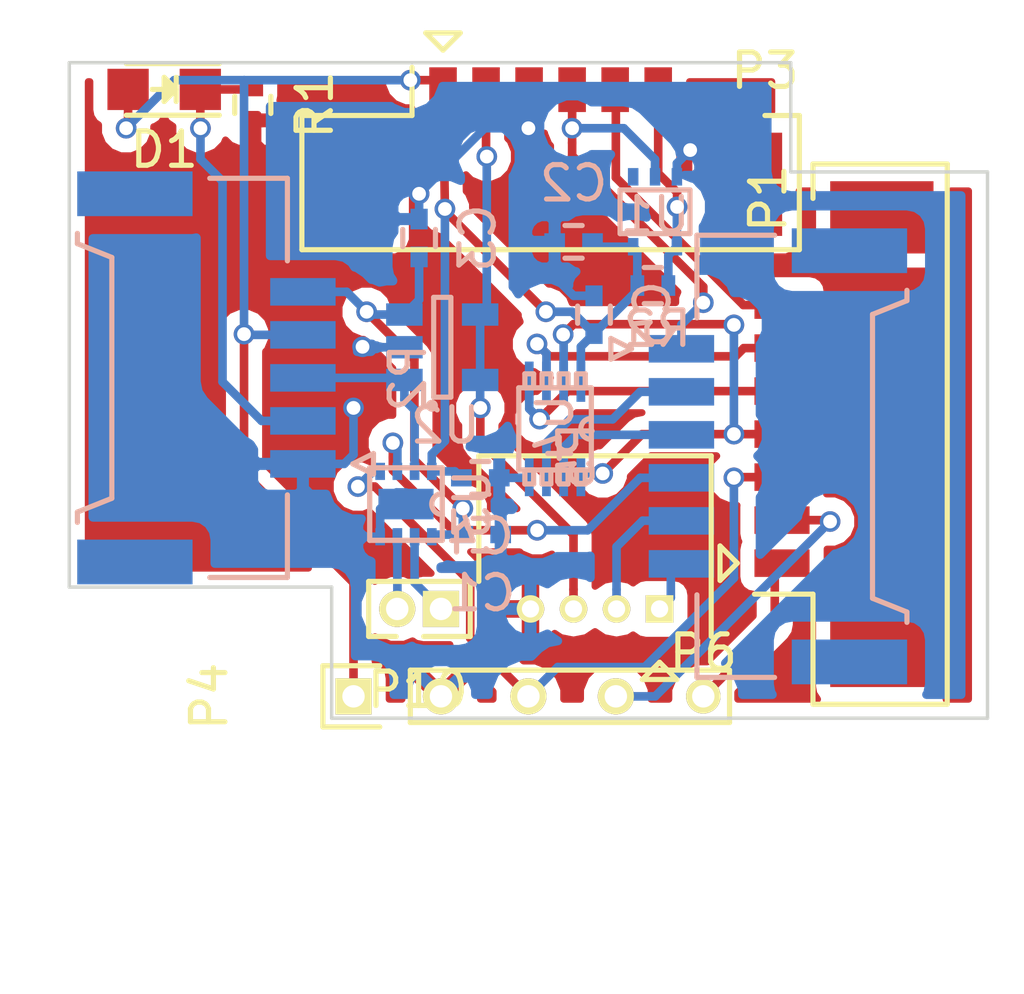
<source format=kicad_pcb>
(kicad_pcb (version 4) (host pcbnew 4.0.2-stable)

  (general
    (links 65)
    (no_connects 0)
    (area 71.074999 57.084999 97.845001 76.235001)
    (thickness 1.6)
    (drawings 308)
    (tracks 243)
    (zones 0)
    (modules 24)
    (nets 23)
  )

  (page A4)
  (layers
    (0 F.Cu signal)
    (31 B.Cu signal)
    (32 B.Adhes user)
    (33 F.Adhes user)
    (34 B.Paste user)
    (35 F.Paste user)
    (36 B.SilkS user)
    (37 F.SilkS user)
    (38 B.Mask user)
    (39 F.Mask user)
    (40 Dwgs.User user hide)
    (41 Cmts.User user)
    (42 Eco1.User user)
    (43 Eco2.User user)
    (44 Edge.Cuts user)
    (45 Margin user)
    (46 B.CrtYd user)
    (47 F.CrtYd user)
    (48 B.Fab user)
    (49 F.Fab user)
  )

  (setup
    (last_trace_width 0.25)
    (trace_clearance 0.2)
    (zone_clearance 0.4)
    (zone_45_only no)
    (trace_min 0.2)
    (segment_width 0.15)
    (edge_width 0.1)
    (via_size 0.6)
    (via_drill 0.4)
    (via_min_size 0.4)
    (via_min_drill 0.3)
    (uvia_size 0.3)
    (uvia_drill 0.1)
    (uvias_allowed no)
    (uvia_min_size 0.2)
    (uvia_min_drill 0.1)
    (pcb_text_width 0.3)
    (pcb_text_size 1.5 1.5)
    (mod_edge_width 0.15)
    (mod_text_size 1 1)
    (mod_text_width 0.15)
    (pad_size 2.1 3)
    (pad_drill 0)
    (pad_to_mask_clearance 0.2)
    (aux_axis_origin 0 0)
    (grid_origin 71.76 57.77)
    (visible_elements 7FFEFF7F)
    (pcbplotparams
      (layerselection 0x00030_80000001)
      (usegerberextensions false)
      (excludeedgelayer true)
      (linewidth 0.100000)
      (plotframeref false)
      (viasonmask false)
      (mode 1)
      (useauxorigin false)
      (hpglpennumber 1)
      (hpglpenspeed 20)
      (hpglpendiameter 15)
      (hpglpenoverlay 2)
      (psnegative false)
      (psa4output false)
      (plotreference true)
      (plotvalue true)
      (plotinvisibletext false)
      (padsonsilk false)
      (subtractmaskfromsilk false)
      (outputformat 1)
      (mirror false)
      (drillshape 1)
      (scaleselection 1)
      (outputdirectory ""))
  )

  (net 0 "")
  (net 1 /VREG)
  (net 2 GND)
  (net 3 VCC)
  (net 4 /LIGHT)
  (net 5 /~STEP_SLP)
  (net 6 /SOL_EN)
  (net 7 /SRV2)
  (net 8 /SRV1)
  (net 9 /MISO)
  (net 10 /SOL_DIR)
  (net 11 /PWR_SEL)
  (net 12 /SHD_DRV)
  (net 13 /SCLK)
  (net 14 /MT_DIR)
  (net 15 /BL_CS)
  (net 16 /MT_STOP)
  (net 17 /SHD_P)
  (net 18 /SHD_N)
  (net 19 /VMOT)
  (net 20 /BL_CI)
  (net 21 /BL_DO)
  (net 22 "Net-(P3-Pad6)")

  (net_class Default "This is the default net class."
    (clearance 0.2)
    (trace_width 0.25)
    (via_dia 0.6)
    (via_drill 0.4)
    (uvia_dia 0.3)
    (uvia_drill 0.1)
    (add_net /BL_CI)
    (add_net /BL_CS)
    (add_net /BL_DO)
    (add_net /LIGHT)
    (add_net /MISO)
    (add_net /MT_DIR)
    (add_net /MT_STOP)
    (add_net /PWR_SEL)
    (add_net /SCLK)
    (add_net /SHD_DRV)
    (add_net /SHD_N)
    (add_net /SHD_P)
    (add_net /SOL_DIR)
    (add_net /SOL_EN)
    (add_net /SRV1)
    (add_net /SRV2)
    (add_net /VMOT)
    (add_net /VREG)
    (add_net /~STEP_SLP)
    (add_net GND)
    (add_net "Net-(P3-Pad6)")
    (add_net VCC)
  )

  (module Resistors_SMD:R_0402 (layer F.Cu) (tedit 5415CBB8) (tstamp 572C6A63)
    (at 76.454 58.362 270)
    (descr "Resistor SMD 0402, reflow soldering, Vishay (see dcrcw.pdf)")
    (tags "resistor 0402")
    (path /5729B8E3)
    (attr smd)
    (fp_text reference R1 (at 0 -1.8 270) (layer F.SilkS)
      (effects (font (size 1 1) (thickness 0.15)))
    )
    (fp_text value 10K (at 0 1.8 270) (layer F.Fab)
      (effects (font (size 1 1) (thickness 0.15)))
    )
    (fp_line (start -0.95 -0.65) (end 0.95 -0.65) (layer F.CrtYd) (width 0.05))
    (fp_line (start -0.95 0.65) (end 0.95 0.65) (layer F.CrtYd) (width 0.05))
    (fp_line (start -0.95 -0.65) (end -0.95 0.65) (layer F.CrtYd) (width 0.05))
    (fp_line (start 0.95 -0.65) (end 0.95 0.65) (layer F.CrtYd) (width 0.05))
    (fp_line (start 0.25 -0.525) (end -0.25 -0.525) (layer F.SilkS) (width 0.15))
    (fp_line (start -0.25 0.525) (end 0.25 0.525) (layer F.SilkS) (width 0.15))
    (pad 1 smd rect (at -0.45 0 270) (size 0.4 0.6) (layers F.Cu F.Paste F.Mask)
      (net 4 /LIGHT))
    (pad 2 smd rect (at 0.45 0 270) (size 0.4 0.6) (layers F.Cu F.Paste F.Mask)
      (net 2 GND))
    (model Resistors_SMD.3dshapes/R_0402.wrl
      (at (xyz 0 0 0))
      (scale (xyz 1 1 1))
      (rotate (xyz 0 0 0))
    )
  )

  (module perfboard:SN74LVC2G126_DCU_8 (layer B.Cu) (tedit 572C55FD) (tstamp 572C6ACE)
    (at 85.233999 67.7776 90)
    (path /57296DE6)
    (fp_text reference U4 (at 0 0 90) (layer B.SilkS)
      (effects (font (size 1 1) (thickness 0.15)) (justify mirror))
    )
    (fp_text value 74LVC2G126 (at 0 0 90) (layer B.Fab)
      (effects (font (size 1 1) (thickness 0.15)) (justify mirror))
    )
    (fp_text user "Copyright 2016 Accelerated Designs. All rights reserved." (at 0 0 90) (layer B.SilkS) hide
      (effects (font (size 0.127 0.127) (thickness 0.002)) (justify mirror))
    )
    (fp_line (start -1.1938 0.623) (end -1.1938 0.877) (layer B.SilkS) (width 0.1524))
    (fp_line (start -1.1938 0.877) (end -1.6002 0.877) (layer B.SilkS) (width 0.1524))
    (fp_line (start -1.6002 0.877) (end -1.6002 0.623) (layer B.SilkS) (width 0.1524))
    (fp_line (start -1.6002 0.623) (end -1.1938 0.623) (layer B.SilkS) (width 0.1524))
    (fp_line (start -1.1938 0.123) (end -1.1938 0.377) (layer B.SilkS) (width 0.1524))
    (fp_line (start -1.1938 0.377) (end -1.6002 0.377) (layer B.SilkS) (width 0.1524))
    (fp_line (start -1.6002 0.377) (end -1.6002 0.123) (layer B.SilkS) (width 0.1524))
    (fp_line (start -1.6002 0.123) (end -1.1938 0.123) (layer B.SilkS) (width 0.1524))
    (fp_line (start -1.1938 -0.377) (end -1.1938 -0.123) (layer B.SilkS) (width 0.1524))
    (fp_line (start -1.1938 -0.123) (end -1.6002 -0.123) (layer B.SilkS) (width 0.1524))
    (fp_line (start -1.6002 -0.123) (end -1.6002 -0.377) (layer B.SilkS) (width 0.1524))
    (fp_line (start -1.6002 -0.377) (end -1.1938 -0.377) (layer B.SilkS) (width 0.1524))
    (fp_line (start -1.1938 -0.877) (end -1.1938 -0.623) (layer B.SilkS) (width 0.1524))
    (fp_line (start -1.1938 -0.623) (end -1.6002 -0.623) (layer B.SilkS) (width 0.1524))
    (fp_line (start -1.6002 -0.623) (end -1.6002 -0.877) (layer B.SilkS) (width 0.1524))
    (fp_line (start -1.6002 -0.877) (end -1.1938 -0.877) (layer B.SilkS) (width 0.1524))
    (fp_line (start 1.1938 -0.623) (end 1.1938 -0.877) (layer B.SilkS) (width 0.1524))
    (fp_line (start 1.1938 -0.877) (end 1.6002 -0.877) (layer B.SilkS) (width 0.1524))
    (fp_line (start 1.6002 -0.877) (end 1.6002 -0.623) (layer B.SilkS) (width 0.1524))
    (fp_line (start 1.6002 -0.623) (end 1.1938 -0.623) (layer B.SilkS) (width 0.1524))
    (fp_line (start 1.1938 -0.123) (end 1.1938 -0.377) (layer B.SilkS) (width 0.1524))
    (fp_line (start 1.1938 -0.377) (end 1.6002 -0.377) (layer B.SilkS) (width 0.1524))
    (fp_line (start 1.6002 -0.377) (end 1.6002 -0.123) (layer B.SilkS) (width 0.1524))
    (fp_line (start 1.6002 -0.123) (end 1.1938 -0.123) (layer B.SilkS) (width 0.1524))
    (fp_line (start 1.1938 0.377) (end 1.1938 0.123) (layer B.SilkS) (width 0.1524))
    (fp_line (start 1.1938 0.123) (end 1.6002 0.123) (layer B.SilkS) (width 0.1524))
    (fp_line (start 1.6002 0.123) (end 1.6002 0.377) (layer B.SilkS) (width 0.1524))
    (fp_line (start 1.6002 0.377) (end 1.1938 0.377) (layer B.SilkS) (width 0.1524))
    (fp_line (start 1.1938 0.877) (end 1.1938 0.623) (layer B.SilkS) (width 0.1524))
    (fp_line (start 1.1938 0.623) (end 1.6002 0.623) (layer B.SilkS) (width 0.1524))
    (fp_line (start 1.6002 0.623) (end 1.6002 0.877) (layer B.SilkS) (width 0.1524))
    (fp_line (start 1.6002 0.877) (end 1.1938 0.877) (layer B.SilkS) (width 0.1524))
    (fp_line (start -1.1938 -1.0541) (end 1.1938 -1.0541) (layer B.SilkS) (width 0.1524))
    (fp_line (start 1.1938 -1.0541) (end 1.1938 1.0541) (layer B.SilkS) (width 0.1524))
    (fp_line (start 1.1938 1.0541) (end -1.1938 1.0541) (layer B.SilkS) (width 0.1524))
    (fp_line (start -1.1938 1.0541) (end -1.1938 -1.0541) (layer B.SilkS) (width 0.1524))
    (fp_arc (start 0 1.0541) (end 0.3048 1.0541) (angle -180) (layer B.SilkS) (width 0.1524))
    (pad 1 smd rect (at -1.3716 0.750001 90) (size 1.1684 0.254) (layers B.Cu B.Paste B.Mask)
      (net 15 /BL_CS))
    (pad 2 smd rect (at -1.3716 0.25 90) (size 1.1684 0.254) (layers B.Cu B.Paste B.Mask)
      (net 21 /BL_DO))
    (pad 3 smd rect (at -1.3716 -0.25 90) (size 1.1684 0.254) (layers B.Cu B.Paste B.Mask)
      (net 20 /BL_CI))
    (pad 4 smd rect (at -1.3716 -0.750001 90) (size 1.1684 0.254) (layers B.Cu B.Paste B.Mask)
      (net 2 GND))
    (pad 5 smd rect (at 1.3716 -0.750001 90) (size 1.1684 0.254) (layers B.Cu B.Paste B.Mask)
      (net 13 /SCLK))
    (pad 6 smd rect (at 1.3716 -0.25 90) (size 1.1684 0.254) (layers B.Cu B.Paste B.Mask)
      (net 9 /MISO))
    (pad 7 smd rect (at 1.3716 0.25 90) (size 1.1684 0.254) (layers B.Cu B.Paste B.Mask)
      (net 15 /BL_CS))
    (pad 8 smd rect (at 1.3716 0.750001 90) (size 1.1684 0.254) (layers B.Cu B.Paste B.Mask)
      (net 3 VCC))
  )

  (module TO_SOT_Packages_SMD:SOT-23-5 (layer B.Cu) (tedit 55360473) (tstamp 572C6A7B)
    (at 81.958 65.405)
    (descr "5-pin SOT23 package")
    (tags SOT-23-5)
    (path /57299A0C)
    (attr smd)
    (fp_text reference U2 (at 0.089 2.271) (layer B.SilkS)
      (effects (font (size 1 1) (thickness 0.15)) (justify mirror))
    )
    (fp_text value MIC2514 (at -0.05 -2.35) (layer B.Fab)
      (effects (font (size 1 1) (thickness 0.15)) (justify mirror))
    )
    (fp_line (start -1.8 1.6) (end 1.8 1.6) (layer B.CrtYd) (width 0.05))
    (fp_line (start 1.8 1.6) (end 1.8 -1.6) (layer B.CrtYd) (width 0.05))
    (fp_line (start 1.8 -1.6) (end -1.8 -1.6) (layer B.CrtYd) (width 0.05))
    (fp_line (start -1.8 -1.6) (end -1.8 1.6) (layer B.CrtYd) (width 0.05))
    (fp_circle (center -0.3 1.7) (end -0.2 1.7) (layer B.SilkS) (width 0.15))
    (fp_line (start 0.25 1.45) (end -0.25 1.45) (layer B.SilkS) (width 0.15))
    (fp_line (start 0.25 -1.45) (end 0.25 1.45) (layer B.SilkS) (width 0.15))
    (fp_line (start -0.25 -1.45) (end 0.25 -1.45) (layer B.SilkS) (width 0.15))
    (fp_line (start -0.25 1.45) (end -0.25 -1.45) (layer B.SilkS) (width 0.15))
    (pad 1 smd rect (at -1.1 0.95) (size 1.06 0.65) (layers B.Cu B.Paste B.Mask)
      (net 11 /PWR_SEL))
    (pad 2 smd rect (at -1.1 0) (size 1.06 0.65) (layers B.Cu B.Paste B.Mask)
      (net 2 GND))
    (pad 3 smd rect (at -1.1 -0.95) (size 1.06 0.65) (layers B.Cu B.Paste B.Mask)
      (net 1 /VREG))
    (pad 4 smd rect (at 1.1 -0.95) (size 1.06 0.65) (layers B.Cu B.Paste B.Mask)
      (net 19 /VMOT))
    (pad 5 smd rect (at 1.1 0.95) (size 1.06 0.65) (layers B.Cu B.Paste B.Mask)
      (net 19 /VMOT))
    (model TO_SOT_Packages_SMD.3dshapes/SOT-23-5.wrl
      (at (xyz 0 0 0))
      (scale (xyz 1 1 1))
      (rotate (xyz 0 0 0))
    )
  )

  (module TO_SOT_Packages_SMD:SOT-353 (layer B.Cu) (tedit 0) (tstamp 572C6A72)
    (at 88.138 61.468 270)
    (descr SOT353)
    (path /572A6846)
    (attr smd)
    (fp_text reference U1 (at 0.09906 0 540) (layer B.SilkS)
      (effects (font (size 1 1) (thickness 0.15)) (justify mirror))
    )
    (fp_text value 74AHC1G04 (at 0.09906 0 540) (layer B.Fab)
      (effects (font (size 1 1) (thickness 0.15)) (justify mirror))
    )
    (fp_line (start 0.635 -1.016) (end 0.635 1.016) (layer B.SilkS) (width 0.15))
    (fp_line (start 0.635 1.016) (end -0.635 1.016) (layer B.SilkS) (width 0.15))
    (fp_line (start -0.635 1.016) (end -0.635 -1.016) (layer B.SilkS) (width 0.15))
    (fp_line (start -0.635 -1.016) (end 0.635 -1.016) (layer B.SilkS) (width 0.15))
    (pad 1 smd rect (at -1.016 0.635 270) (size 0.508 0.3048) (layers B.Cu B.Paste B.Mask))
    (pad 3 smd rect (at -1.016 -0.635 270) (size 0.508 0.3048) (layers B.Cu B.Paste B.Mask)
      (net 2 GND))
    (pad 5 smd rect (at 1.016 0.635 270) (size 0.508 0.3048) (layers B.Cu B.Paste B.Mask)
      (net 3 VCC))
    (pad 2 smd rect (at -1.016 0 270) (size 0.508 0.3048) (layers B.Cu B.Paste B.Mask)
      (net 14 /MT_DIR))
    (pad 4 smd rect (at 1.016 -0.635 270) (size 0.508 0.3048) (layers B.Cu B.Paste B.Mask)
      (net 22 "Net-(P3-Pad6)"))
    (model TO_SOT_Packages_SMD.3dshapes/SOT-353.wrl
      (at (xyz 0 0 0))
      (scale (xyz 0.07000000000000001 0.09 0.08))
      (rotate (xyz 0 0 90))
    )
  )

  (module Resistors_SMD:R_0402 (layer B.Cu) (tedit 5415CBB8) (tstamp 572C6A69)
    (at 88.074 63.612)
    (descr "Resistor SMD 0402, reflow soldering, Vishay (see dcrcw.pdf)")
    (tags "resistor 0402")
    (path /572A7BCC)
    (attr smd)
    (fp_text reference R2 (at 0.132 1.255) (layer B.SilkS)
      (effects (font (size 1 1) (thickness 0.15)) (justify mirror))
    )
    (fp_text value 10K (at 0 -1.8) (layer B.Fab)
      (effects (font (size 1 1) (thickness 0.15)) (justify mirror))
    )
    (fp_line (start -0.95 0.65) (end 0.95 0.65) (layer B.CrtYd) (width 0.05))
    (fp_line (start -0.95 -0.65) (end 0.95 -0.65) (layer B.CrtYd) (width 0.05))
    (fp_line (start -0.95 0.65) (end -0.95 -0.65) (layer B.CrtYd) (width 0.05))
    (fp_line (start 0.95 0.65) (end 0.95 -0.65) (layer B.CrtYd) (width 0.05))
    (fp_line (start 0.25 0.525) (end -0.25 0.525) (layer B.SilkS) (width 0.15))
    (fp_line (start -0.25 -0.525) (end 0.25 -0.525) (layer B.SilkS) (width 0.15))
    (pad 1 smd rect (at -0.45 0) (size 0.4 0.6) (layers B.Cu B.Paste B.Mask)
      (net 3 VCC))
    (pad 2 smd rect (at 0.45 0) (size 0.4 0.6) (layers B.Cu B.Paste B.Mask)
      (net 22 "Net-(P3-Pad6)"))
    (model Resistors_SMD.3dshapes/R_0402.wrl
      (at (xyz 0 0 0))
      (scale (xyz 1 1 1))
      (rotate (xyz 0 0 0))
    )
  )

  (module Capacitors_SMD:C_0402 (layer B.Cu) (tedit 5415D599) (tstamp 572C69DF)
    (at 86.365 64.459 90)
    (descr "Capacitor SMD 0402, reflow soldering, AVX (see smccp.pdf)")
    (tags "capacitor 0402")
    (path /572BD22D)
    (attr smd)
    (fp_text reference C5 (at 0 1.7 90) (layer B.SilkS)
      (effects (font (size 1 1) (thickness 0.15)) (justify mirror))
    )
    (fp_text value 0.1uF (at 0 -1.7 90) (layer B.Fab)
      (effects (font (size 1 1) (thickness 0.15)) (justify mirror))
    )
    (fp_line (start -1.15 0.6) (end 1.15 0.6) (layer B.CrtYd) (width 0.05))
    (fp_line (start -1.15 -0.6) (end 1.15 -0.6) (layer B.CrtYd) (width 0.05))
    (fp_line (start -1.15 0.6) (end -1.15 -0.6) (layer B.CrtYd) (width 0.05))
    (fp_line (start 1.15 0.6) (end 1.15 -0.6) (layer B.CrtYd) (width 0.05))
    (fp_line (start 0.25 0.475) (end -0.25 0.475) (layer B.SilkS) (width 0.15))
    (fp_line (start -0.25 -0.475) (end 0.25 -0.475) (layer B.SilkS) (width 0.15))
    (pad 1 smd rect (at -0.55 0 90) (size 0.6 0.5) (layers B.Cu B.Paste B.Mask)
      (net 3 VCC))
    (pad 2 smd rect (at 0.55 0 90) (size 0.6 0.5) (layers B.Cu B.Paste B.Mask)
      (net 2 GND))
    (model Capacitors_SMD.3dshapes/C_0402.wrl
      (at (xyz 0 0 0))
      (scale (xyz 1 1 1))
      (rotate (xyz 0 0 0))
    )
  )

  (module Capacitors_SMD:C_0402 (layer B.Cu) (tedit 5415D599) (tstamp 572C69D9)
    (at 83.063 69.2)
    (descr "Capacitor SMD 0402, reflow soldering, AVX (see smccp.pdf)")
    (tags "capacitor 0402")
    (path /5729C729)
    (attr smd)
    (fp_text reference C4 (at 0 1.7) (layer B.SilkS)
      (effects (font (size 1 1) (thickness 0.15)) (justify mirror))
    )
    (fp_text value 0.1uF (at 0 -1.7) (layer B.Fab)
      (effects (font (size 1 1) (thickness 0.15)) (justify mirror))
    )
    (fp_line (start -1.15 0.6) (end 1.15 0.6) (layer B.CrtYd) (width 0.05))
    (fp_line (start -1.15 -0.6) (end 1.15 -0.6) (layer B.CrtYd) (width 0.05))
    (fp_line (start -1.15 0.6) (end -1.15 -0.6) (layer B.CrtYd) (width 0.05))
    (fp_line (start 1.15 0.6) (end 1.15 -0.6) (layer B.CrtYd) (width 0.05))
    (fp_line (start 0.25 0.475) (end -0.25 0.475) (layer B.SilkS) (width 0.15))
    (fp_line (start -0.25 -0.475) (end 0.25 -0.475) (layer B.SilkS) (width 0.15))
    (pad 1 smd rect (at -0.55 0) (size 0.6 0.5) (layers B.Cu B.Paste B.Mask)
      (net 3 VCC))
    (pad 2 smd rect (at 0.55 0) (size 0.6 0.5) (layers B.Cu B.Paste B.Mask)
      (net 2 GND))
    (model Capacitors_SMD.3dshapes/C_0402.wrl
      (at (xyz 0 0 0))
      (scale (xyz 1 1 1))
      (rotate (xyz 0 0 0))
    )
  )

  (module Capacitors_SMD:C_0402 (layer B.Cu) (tedit 5415D599) (tstamp 572C69D3)
    (at 81.285 62.23 90)
    (descr "Capacitor SMD 0402, reflow soldering, AVX (see smccp.pdf)")
    (tags "capacitor 0402")
    (path /572A515E)
    (attr smd)
    (fp_text reference C3 (at 0 1.7 90) (layer B.SilkS)
      (effects (font (size 1 1) (thickness 0.15)) (justify mirror))
    )
    (fp_text value 0.1uF (at 0 -1.7 90) (layer B.Fab)
      (effects (font (size 1 1) (thickness 0.15)) (justify mirror))
    )
    (fp_line (start -1.15 0.6) (end 1.15 0.6) (layer B.CrtYd) (width 0.05))
    (fp_line (start -1.15 -0.6) (end 1.15 -0.6) (layer B.CrtYd) (width 0.05))
    (fp_line (start -1.15 0.6) (end -1.15 -0.6) (layer B.CrtYd) (width 0.05))
    (fp_line (start 1.15 0.6) (end 1.15 -0.6) (layer B.CrtYd) (width 0.05))
    (fp_line (start 0.25 0.475) (end -0.25 0.475) (layer B.SilkS) (width 0.15))
    (fp_line (start -0.25 -0.475) (end 0.25 -0.475) (layer B.SilkS) (width 0.15))
    (pad 1 smd rect (at -0.55 0 90) (size 0.6 0.5) (layers B.Cu B.Paste B.Mask)
      (net 1 /VREG))
    (pad 2 smd rect (at 0.55 0 90) (size 0.6 0.5) (layers B.Cu B.Paste B.Mask)
      (net 2 GND))
    (model Capacitors_SMD.3dshapes/C_0402.wrl
      (at (xyz 0 0 0))
      (scale (xyz 1 1 1))
      (rotate (xyz 0 0 0))
    )
  )

  (module Capacitors_SMD:C_0402 (layer B.Cu) (tedit 5415D599) (tstamp 572C69CD)
    (at 85.772 62.342 180)
    (descr "Capacitor SMD 0402, reflow soldering, AVX (see smccp.pdf)")
    (tags "capacitor 0402")
    (path /572A6CE0)
    (attr smd)
    (fp_text reference C2 (at 0 1.7 180) (layer B.SilkS)
      (effects (font (size 1 1) (thickness 0.15)) (justify mirror))
    )
    (fp_text value 0.1uF (at 0 -1.7 180) (layer B.Fab)
      (effects (font (size 1 1) (thickness 0.15)) (justify mirror))
    )
    (fp_line (start -1.15 0.6) (end 1.15 0.6) (layer B.CrtYd) (width 0.05))
    (fp_line (start -1.15 -0.6) (end 1.15 -0.6) (layer B.CrtYd) (width 0.05))
    (fp_line (start -1.15 0.6) (end -1.15 -0.6) (layer B.CrtYd) (width 0.05))
    (fp_line (start 1.15 0.6) (end 1.15 -0.6) (layer B.CrtYd) (width 0.05))
    (fp_line (start 0.25 0.475) (end -0.25 0.475) (layer B.SilkS) (width 0.15))
    (fp_line (start -0.25 -0.475) (end 0.25 -0.475) (layer B.SilkS) (width 0.15))
    (pad 1 smd rect (at -0.55 0 180) (size 0.6 0.5) (layers B.Cu B.Paste B.Mask)
      (net 3 VCC))
    (pad 2 smd rect (at 0.55 0 180) (size 0.6 0.5) (layers B.Cu B.Paste B.Mask)
      (net 2 GND))
    (model Capacitors_SMD.3dshapes/C_0402.wrl
      (at (xyz 0 0 0))
      (scale (xyz 1 1 1))
      (rotate (xyz 0 0 0))
    )
  )

  (module Capacitors_SMD:C_0402 (layer B.Cu) (tedit 5415D599) (tstamp 572C69C7)
    (at 83.105 70.851)
    (descr "Capacitor SMD 0402, reflow soldering, AVX (see smccp.pdf)")
    (tags "capacitor 0402")
    (path /572A3F7A)
    (attr smd)
    (fp_text reference C1 (at 0 1.7) (layer B.SilkS)
      (effects (font (size 1 1) (thickness 0.15)) (justify mirror))
    )
    (fp_text value 0.1uF (at 0 -1.7) (layer B.Fab)
      (effects (font (size 1 1) (thickness 0.15)) (justify mirror))
    )
    (fp_line (start -1.15 0.6) (end 1.15 0.6) (layer B.CrtYd) (width 0.05))
    (fp_line (start -1.15 -0.6) (end 1.15 -0.6) (layer B.CrtYd) (width 0.05))
    (fp_line (start -1.15 0.6) (end -1.15 -0.6) (layer B.CrtYd) (width 0.05))
    (fp_line (start 1.15 0.6) (end 1.15 -0.6) (layer B.CrtYd) (width 0.05))
    (fp_line (start 0.25 0.475) (end -0.25 0.475) (layer B.SilkS) (width 0.15))
    (fp_line (start -0.25 -0.475) (end 0.25 -0.475) (layer B.SilkS) (width 0.15))
    (pad 1 smd rect (at -0.55 0) (size 0.6 0.5) (layers B.Cu B.Paste B.Mask)
      (net 1 /VREG))
    (pad 2 smd rect (at 0.55 0) (size 0.6 0.5) (layers B.Cu B.Paste B.Mask)
      (net 2 GND))
    (model Capacitors_SMD.3dshapes/C_0402.wrl
      (at (xyz 0 0 0))
      (scale (xyz 1 1 1))
      (rotate (xyz 0 0 0))
    )
  )

  (module LEDs:LED_0805 (layer F.Cu) (tedit 55BDE1C2) (tstamp 573D66B6)
    (at 73.88098 57.912 180)
    (descr "LED 0805 smd package")
    (tags "LED 0805 SMD")
    (path /57298FE2)
    (attr smd)
    (fp_text reference D1 (at 0 -1.75 180) (layer F.SilkS)
      (effects (font (size 1 1) (thickness 0.15)))
    )
    (fp_text value SFH3710 (at 0 1.75 180) (layer F.Fab)
      (effects (font (size 1 1) (thickness 0.15)))
    )
    (fp_line (start -1.6 0.75) (end 1.1 0.75) (layer F.SilkS) (width 0.15))
    (fp_line (start -1.6 -0.75) (end 1.1 -0.75) (layer F.SilkS) (width 0.15))
    (fp_line (start -0.1 0.15) (end -0.1 -0.1) (layer F.SilkS) (width 0.15))
    (fp_line (start -0.1 -0.1) (end -0.25 0.05) (layer F.SilkS) (width 0.15))
    (fp_line (start -0.35 -0.35) (end -0.35 0.35) (layer F.SilkS) (width 0.15))
    (fp_line (start 0 0) (end 0.35 0) (layer F.SilkS) (width 0.15))
    (fp_line (start -0.35 0) (end 0 -0.35) (layer F.SilkS) (width 0.15))
    (fp_line (start 0 -0.35) (end 0 0.35) (layer F.SilkS) (width 0.15))
    (fp_line (start 0 0.35) (end -0.35 0) (layer F.SilkS) (width 0.15))
    (fp_line (start 1.9 -0.95) (end 1.9 0.95) (layer F.CrtYd) (width 0.05))
    (fp_line (start 1.9 0.95) (end -1.9 0.95) (layer F.CrtYd) (width 0.05))
    (fp_line (start -1.9 0.95) (end -1.9 -0.95) (layer F.CrtYd) (width 0.05))
    (fp_line (start -1.9 -0.95) (end 1.9 -0.95) (layer F.CrtYd) (width 0.05))
    (pad 2 smd rect (at 1.04902 0) (size 1.19888 1.19888) (layers F.Cu F.Paste F.Mask)
      (net 3 VCC))
    (pad 1 smd rect (at -1.04902 0) (size 1.19888 1.19888) (layers F.Cu F.Paste F.Mask)
      (net 4 /LIGHT))
    (model LEDs.3dshapes/LED_0805.wrl
      (at (xyz 0 0 0))
      (scale (xyz 1 1 1))
      (rotate (xyz 0 0 0))
    )
  )

  (module perfboard:DRV8838_DSG_8 (layer B.Cu) (tedit 573F6C8F) (tstamp 573D7201)
    (at 80.904 69.962 90)
    (path /57297B0C)
    (fp_text reference U3 (at -0.00254 1.9304 90) (layer B.SilkS)
      (effects (font (size 1 1) (thickness 0.15)) (justify mirror))
    )
    (fp_text value DRV8838 (at 0.00508 -1.97358 90) (layer B.Fab)
      (effects (font (size 1 1) (thickness 0.15)) (justify mirror))
    )
    (fp_line (start -1.0541 -1.0541) (end 1.0541 -1.0541) (layer B.SilkS) (width 0.1524))
    (fp_line (start 1.0541 -1.0541) (end 1.0541 1.0541) (layer B.SilkS) (width 0.1524))
    (fp_line (start 1.0541 1.0541) (end -1.0541 1.0541) (layer B.SilkS) (width 0.1524))
    (fp_line (start -1.0541 1.0541) (end -1.0541 -1.0541) (layer B.SilkS) (width 0.1524))
    (fp_arc (start 0 1.0541) (end 0.3048 1.0541) (angle -180) (layer B.SilkS) (width 0.1524))
    (pad 1 smd rect (at -0.950001 0.750001 90) (size 0.5 0.28) (layers B.Cu B.Paste B.Mask)
      (net 1 /VREG))
    (pad 1 smd circle (at -0.950001 0.750001 90) (size 0.0254 0.0254) (layers B.Cu B.Paste B.Mask)
      (net 1 /VREG))
    (pad 2 smd rect (at -0.950001 0.25 90) (size 0.5 0.28) (layers B.Cu B.Paste B.Mask)
      (net 17 /SHD_P))
    (pad 2 smd circle (at -0.950001 0.25 90) (size 0.0254 0.0254) (layers B.Cu B.Paste B.Mask)
      (net 17 /SHD_P))
    (pad 3 smd rect (at -0.950001 -0.25 90) (size 0.5 0.28) (layers B.Cu B.Paste B.Mask)
      (net 18 /SHD_N))
    (pad 3 smd circle (at -0.950001 -0.25 90) (size 0.0254 0.0254) (layers B.Cu B.Paste B.Mask)
      (net 18 /SHD_N))
    (pad 4 smd rect (at -0.950001 -0.750001 90) (size 0.5 0.28) (layers B.Cu B.Paste B.Mask)
      (net 2 GND))
    (pad 4 smd circle (at -0.950001 -0.750001 90) (size 0.0254 0.0254) (layers B.Cu B.Paste B.Mask)
      (net 2 GND))
    (pad 5 smd rect (at 0.950001 -0.750001 90) (size 0.5 0.28) (layers B.Cu B.Paste B.Mask)
      (net 5 /~STEP_SLP))
    (pad 5 smd circle (at 0.950001 -0.750001 90) (size 0.0254 0.0254) (layers B.Cu B.Paste B.Mask)
      (net 5 /~STEP_SLP))
    (pad 6 smd rect (at 0.950001 -0.25 90) (size 0.5 0.28) (layers B.Cu B.Paste B.Mask)
      (net 12 /SHD_DRV))
    (pad 6 smd circle (at 0.950001 -0.25 90) (size 0.0254 0.0254) (layers B.Cu B.Paste B.Mask)
      (net 12 /SHD_DRV))
    (pad 7 smd rect (at 0.950001 0.25 90) (size 0.5 0.28) (layers B.Cu B.Paste B.Mask)
      (net 11 /PWR_SEL))
    (pad 7 smd circle (at 0.950001 0.25 90) (size 0.0254 0.0254) (layers B.Cu B.Paste B.Mask)
      (net 11 /PWR_SEL))
    (pad 8 smd rect (at 0.950001 0.750001 90) (size 0.5 0.28) (layers B.Cu B.Paste B.Mask)
      (net 3 VCC))
    (pad 8 smd circle (at 0.950001 0.750001 90) (size 0.0254 0.0254) (layers B.Cu B.Paste B.Mask)
      (net 3 VCC))
    (pad 9 smd rect (at 0 0 90) (size 0.889 1.6002) (layers B.Cu B.Paste B.Mask)
      (net 2 GND))
    (pad 9 smd rect (at 0 0 90) (size 0.0254 0.0254) (layers B.Cu B.Paste B.Mask))
    (pad 9 smd rect (at 0 0 90) (size 0.0254 0.0254) (layers B.Cu B.Paste B.Mask))
  )

  (module perfboard:Pin_Header_Straight_1x02_Pitch1.27mm (layer F.Cu) (tedit 573E9B93) (tstamp 573F9C00)
    (at 81.92 73.01 180)
    (descr "Through hole pin header, pitch 1.27mm")
    (tags "pin header")
    (path /5729E58E)
    (fp_text reference P10 (at 0.6731 -2.3495 180) (layer F.SilkS)
      (effects (font (size 1 1) (thickness 0.15)))
    )
    (fp_text value CON_SHD (at 0.0762 2.1844 180) (layer F.Fab)
      (effects (font (size 1 1) (thickness 0.15)))
    )
    (fp_line (start 2.1 -0.8) (end 1.3 -0.8) (layer F.SilkS) (width 0.15))
    (fp_line (start 2.1 0.8) (end 2.1 -0.8) (layer F.SilkS) (width 0.15))
    (fp_line (start 2.1 0.8) (end -0.85 0.8) (layer F.SilkS) (width 0.15))
    (fp_line (start -1.1 -1.05) (end -1.1 1.05) (layer F.CrtYd) (width 0.05))
    (fp_line (start 2.35 -1.05) (end 2.35 1.05) (layer F.CrtYd) (width 0.05))
    (fp_line (start -1.1 -1.05) (end 2.35 -1.05) (layer F.CrtYd) (width 0.05))
    (fp_line (start -1.1 1.05) (end 2.35 1.05) (layer F.CrtYd) (width 0.05))
    (fp_line (start 0.5 -0.8) (end -0.85 -0.8) (layer F.SilkS) (width 0.15))
    (fp_line (start -0.85 -0.8) (end -0.85 0.8) (layer F.SilkS) (width 0.15))
    (pad 1 thru_hole rect (at 0 0 180) (size 1.05 1.05) (drill 0.65) (layers *.Cu *.Mask F.SilkS)
      (net 17 /SHD_P))
    (pad 2 thru_hole circle (at 1.27 0 180) (size 1.05 1.05) (drill 0.65) (layers *.Cu *.Mask F.SilkS)
      (net 18 /SHD_N))
  )

  (module Connectors_Molex:Molex_PicoBlade_53048-0410 (layer F.Cu) (tedit 0) (tstamp 57405132)
    (at 88.27 73.01 180)
    (descr "Molex PicoBlade 1.25mm shrouded header. Vertical. 4 ways")
    (tags "connector PicoBlade header")
    (path /573F9AB7)
    (fp_text reference P6 (at -1.27 -1.27 180) (layer F.SilkS)
      (effects (font (size 1 1) (thickness 0.15)))
    )
    (fp_text value CONN_SRV (at 1.875 5.65 180) (layer F.Fab)
      (effects (font (size 1 1) (thickness 0.15)))
    )
    (fp_line (start -1.5 -0.8) (end -1.5 4.45) (layer F.SilkS) (width 0.15))
    (fp_line (start -1.5 4.45) (end 5.25 4.45) (layer F.SilkS) (width 0.15))
    (fp_line (start 5.25 4.45) (end 5.25 0.8) (layer F.SilkS) (width 0.15))
    (fp_line (start 0 -1.55) (end -0.5 -2.05) (layer F.SilkS) (width 0.15))
    (fp_line (start -0.5 -2.05) (end 0.5 -2.05) (layer F.SilkS) (width 0.15))
    (fp_line (start 0.5 -2.05) (end 0 -1.55) (layer F.SilkS) (width 0.15))
    (fp_line (start 0.5 -1.05) (end -1.5 0.95) (layer F.Fab) (width 0.2))
    (fp_line (start -1.5 0.95) (end -1.5 4.45) (layer F.Fab) (width 0.2))
    (fp_line (start -1.5 4.45) (end 5.25 4.45) (layer F.Fab) (width 0.2))
    (fp_line (start 5.25 4.45) (end 5.25 -1.05) (layer F.Fab) (width 0.2))
    (fp_line (start 5.25 -1.05) (end 0.5 -1.05) (layer F.Fab) (width 0.2))
    (pad 1 thru_hole rect (at 0 0 180) (size 0.8 0.8) (drill 0.5) (layers *.Cu *.Mask F.SilkS)
      (net 8 /SRV1))
    (pad 2 thru_hole oval (at 1.25 0 180) (size 0.8 0.8) (drill 0.5) (layers *.Cu *.Mask F.SilkS)
      (net 7 /SRV2))
    (pad 3 thru_hole oval (at 2.5 0 180) (size 0.8 0.8) (drill 0.5) (layers *.Cu *.Mask F.SilkS)
      (net 19 /VMOT))
    (pad 4 thru_hole oval (at 3.75 0 180) (size 0.8 0.8) (drill 0.5) (layers *.Cu *.Mask F.SilkS)
      (net 2 GND))
    (model Connectors_Molex.3dshapes/Molex_PicoBlade_53048-0410.wrl
      (at (xyz 0 0 0))
      (scale (xyz 1 1 1))
      (rotate (xyz 0 0 0))
    )
  )

  (module perfboard:Pin_Header_Straight_1x05 (layer F.Cu) (tedit 573EC5F4) (tstamp 57407973)
    (at 79.38 75.55 90)
    (descr "Through hole pin header")
    (tags "pin header")
    (path /573EC0C5)
    (fp_text reference P4 (at 0 -4.191 90) (layer F.SilkS)
      (effects (font (size 1 1) (thickness 0.15)))
    )
    (fp_text value CON_POLOLU_DRV8834 (at 0 -2.54 90) (layer F.Fab)
      (effects (font (size 1 1) (thickness 0.15)))
    )
    (fp_line (start -1.016 -1.143) (end -1.016 11.176) (layer F.CrtYd) (width 0.05))
    (fp_line (start 1.016 -1.143) (end 1.016 11.176) (layer F.CrtYd) (width 0.05))
    (fp_line (start -1.016 -1.143) (end 1.016 -1.143) (layer F.CrtYd) (width 0.05))
    (fp_line (start -1.016 11.176) (end 1.016 11.176) (layer F.CrtYd) (width 0.05))
    (fp_line (start 0.762 1.651) (end 0.762 10.922) (layer F.SilkS) (width 0.15))
    (fp_line (start 0.762 10.922) (end -0.762 10.922) (layer F.SilkS) (width 0.15))
    (fp_line (start -0.762 10.922) (end -0.762 1.651) (layer F.SilkS) (width 0.15))
    (fp_line (start 0.889 -0.889) (end 0.889 0.762) (layer F.SilkS) (width 0.15))
    (fp_line (start 0.762 1.651) (end -0.762 1.651) (layer F.SilkS) (width 0.15))
    (fp_line (start -0.889 0.762) (end -0.889 -0.889) (layer F.SilkS) (width 0.15))
    (fp_line (start -0.889 -0.889) (end 0.889 -0.889) (layer F.SilkS) (width 0.15))
    (pad 1 thru_hole rect (at 0 0 90) (size 1.05 1.05) (drill 0.65) (layers *.Cu *.Mask F.SilkS)
      (net 3 VCC))
    (pad 2 thru_hole circle (at 0 2.54 90) (size 1.05 1.05) (drill 0.65) (layers *.Cu *.Mask F.SilkS)
      (net 2 GND))
    (pad 3 thru_hole circle (at 0 5.08 90) (size 1.05 1.05) (drill 0.65) (layers *.Cu *.Mask F.SilkS)
      (net 5 /~STEP_SLP))
    (pad 4 thru_hole circle (at 0 7.62 90) (size 1.05 1.05) (drill 0.65) (layers *.Cu *.Mask F.SilkS)
      (net 6 /SOL_EN))
    (pad 5 thru_hole circle (at 0 10.16 90) (size 1 1) (drill 0.65) (layers *.Cu *.Mask F.SilkS)
      (net 10 /SOL_DIR))
    (model Pin_Headers.3dshapes/Pin_Header_Straight_1x05.wrl
      (at (xyz 0 -0.2 0))
      (scale (xyz 1 1 1))
      (rotate (xyz 0 0 90))
    )
  )

  (module Connectors_Molex:Molex_Panelmate-53780-0570_05x1.25mm_Angled (layer B.Cu) (tedit 572FD60B) (tstamp 5740C111)
    (at 75.47 66.295 90)
    (descr "Molex Panelmate series connector, 1.25mm pitch, side entry SMT, P/N: 53780-0570")
    (tags "conn molex panelmate")
    (path /57402244)
    (attr smd)
    (fp_text reference P2 (at 0 5.49 90) (layer B.SilkS)
      (effects (font (size 1 1) (thickness 0.15)) (justify mirror))
    )
    (fp_text value CONN_ProMini_Down2 (at 0 -5.51 90) (layer B.Fab)
      (effects (font (size 1 1) (thickness 0.15)) (justify mirror))
    )
    (fp_line (start -3.4 1.99) (end -5.8 1.99) (layer B.SilkS) (width 0.15))
    (fp_line (start -5.8 1.99) (end -5.8 -0.265) (layer B.SilkS) (width 0.15))
    (fp_line (start 3.4 1.99) (end 5.8 1.99) (layer B.SilkS) (width 0.15))
    (fp_line (start 5.8 1.99) (end 5.8 -0.265) (layer B.SilkS) (width 0.15))
    (fp_line (start -4.2 -4.11) (end -3.9 -4.11) (layer B.SilkS) (width 0.15))
    (fp_line (start -3.9 -4.11) (end -3.5 -3.11) (layer B.SilkS) (width 0.15))
    (fp_line (start -3.5 -3.11) (end 3.5 -3.11) (layer B.SilkS) (width 0.15))
    (fp_line (start 3.5 -3.11) (end 3.9 -4.11) (layer B.SilkS) (width 0.15))
    (fp_line (start 3.9 -4.11) (end 4.2 -4.11) (layer B.SilkS) (width 0.15))
    (fp_line (start -2.5 3.89) (end -2.2 4.49) (layer B.SilkS) (width 0.15))
    (fp_line (start -2.2 4.49) (end -2.8 4.49) (layer B.SilkS) (width 0.15))
    (fp_line (start -2.8 4.49) (end -2.5 3.89) (layer B.SilkS) (width 0.15))
    (fp_line (start -6.8 4.1) (end -6.8 -4.8) (layer B.CrtYd) (width 0.05))
    (fp_line (start -6.8 -4.8) (end 6.8 -4.8) (layer B.CrtYd) (width 0.05))
    (fp_line (start 6.8 -4.8) (end 6.8 4.1) (layer B.CrtYd) (width 0.05))
    (fp_line (start 6.8 4.1) (end -6.8 4.1) (layer B.CrtYd) (width 0.05))
    (pad 1 smd rect (at -2.5 2.44 90) (size 0.8 1.9) (layers B.Cu B.Paste B.Mask)
      (net 2 GND))
    (pad 2 smd rect (at -1.25 2.44 90) (size 0.8 1.9) (layers B.Cu B.Paste B.Mask)
      (net 4 /LIGHT))
    (pad 3 smd rect (at 0 2.44 90) (size 0.8 1.9) (layers B.Cu B.Paste B.Mask)
      (net 11 /PWR_SEL))
    (pad 4 smd rect (at 1.25 2.44 90) (size 0.8 1.9) (layers B.Cu B.Paste B.Mask)
      (net 3 VCC))
    (pad 5 smd rect (at 2.5 2.44 90) (size 0.8 1.9) (layers B.Cu B.Paste B.Mask)
      (net 1 /VREG))
    (pad "" smd rect (at 5.35 -2.44 90) (size 1.3 3.35) (layers B.Cu B.Paste B.Mask))
    (pad "" smd rect (at -5.35 -2.44 90) (size 1.3 3.35) (layers B.Cu B.Paste B.Mask))
    (model Connectors_Molex.3dshapes/Molex_Panelmate-53780-0570_05x1.25mm_Angled.wrl
      (at (xyz 0 0 0))
      (scale (xyz 1 1 1))
      (rotate (xyz 0 0 0))
    )
  )

  (module Connectors_Molex:Molex_Panelmate-53780-0670_06x1.25mm_Angled (layer B.Cu) (tedit 572FD60B) (tstamp 5740C12D)
    (at 91.345 68.575 270)
    (descr "Molex Panelmate series connector, 1.25mm pitch, side entry SMT, P/N: 53780-0670")
    (tags "conn molex panelmate")
    (path /5732E9EF)
    (attr smd)
    (fp_text reference P5 (at 0 5.49 270) (layer B.SilkS)
      (effects (font (size 1 1) (thickness 0.15)) (justify mirror))
    )
    (fp_text value CON_ProMini_Down (at 0 -5.51 270) (layer B.Fab)
      (effects (font (size 1 1) (thickness 0.15)) (justify mirror))
    )
    (fp_line (start -4.025 1.99) (end -6.425 1.99) (layer B.SilkS) (width 0.15))
    (fp_line (start -6.425 1.99) (end -6.425 -0.265) (layer B.SilkS) (width 0.15))
    (fp_line (start 4.025 1.99) (end 6.425 1.99) (layer B.SilkS) (width 0.15))
    (fp_line (start 6.425 1.99) (end 6.425 -0.265) (layer B.SilkS) (width 0.15))
    (fp_line (start -4.825 -4.11) (end -4.525 -4.11) (layer B.SilkS) (width 0.15))
    (fp_line (start -4.525 -4.11) (end -4.125 -3.11) (layer B.SilkS) (width 0.15))
    (fp_line (start -4.125 -3.11) (end 4.125 -3.11) (layer B.SilkS) (width 0.15))
    (fp_line (start 4.125 -3.11) (end 4.525 -4.11) (layer B.SilkS) (width 0.15))
    (fp_line (start 4.525 -4.11) (end 4.825 -4.11) (layer B.SilkS) (width 0.15))
    (fp_line (start -3.125 3.89) (end -2.825 4.49) (layer B.SilkS) (width 0.15))
    (fp_line (start -2.825 4.49) (end -3.425 4.49) (layer B.SilkS) (width 0.15))
    (fp_line (start -3.425 4.49) (end -3.125 3.89) (layer B.SilkS) (width 0.15))
    (fp_line (start -7.4 4.1) (end -7.4 -4.8) (layer B.CrtYd) (width 0.05))
    (fp_line (start -7.4 -4.8) (end 7.4 -4.8) (layer B.CrtYd) (width 0.05))
    (fp_line (start 7.4 -4.8) (end 7.4 4.1) (layer B.CrtYd) (width 0.05))
    (fp_line (start 7.4 4.1) (end -7.4 4.1) (layer B.CrtYd) (width 0.05))
    (pad 1 smd rect (at -3.125 2.44 270) (size 0.8 1.9) (layers B.Cu B.Paste B.Mask)
      (net 14 /MT_DIR))
    (pad 2 smd rect (at -1.875 2.44 270) (size 0.8 1.9) (layers B.Cu B.Paste B.Mask)
      (net 20 /BL_CI))
    (pad 3 smd rect (at -0.625 2.44 270) (size 0.8 1.9) (layers B.Cu B.Paste B.Mask)
      (net 21 /BL_DO))
    (pad 4 smd rect (at 0.625 2.44 270) (size 0.8 1.9) (layers B.Cu B.Paste B.Mask)
      (net 12 /SHD_DRV))
    (pad 5 smd rect (at 1.875 2.44 270) (size 0.8 1.9) (layers B.Cu B.Paste B.Mask)
      (net 7 /SRV2))
    (pad 6 smd rect (at 3.125 2.44 270) (size 0.8 1.9) (layers B.Cu B.Paste B.Mask)
      (net 8 /SRV1))
    (pad "" smd rect (at 5.975 -2.44 270) (size 1.3 3.35) (layers B.Cu B.Paste B.Mask))
    (pad "" smd rect (at -5.975 -2.44 270) (size 1.3 3.35) (layers B.Cu B.Paste B.Mask))
    (model Connectors_Molex.3dshapes/Molex_Panelmate-53780-0670_06x1.25mm_Angled.wrl
      (at (xyz 0 0 0))
      (scale (xyz 1 1 1))
      (rotate (xyz 0 0 0))
    )
  )

  (module Connectors_Molex:Molex_PicoBlade_51021-53048-0410 (layer F.Cu) (tedit 573E2901) (tstamp 574107F6)
    (at 88.27 73.01 180)
    (descr "Molex PicoBlade receptacle. Horizontal. 4 ways")
    (tags "connector PicoBlade receptacle")
    (fp_text reference REF** (at 3.28676 -2.21996 180) (layer F.Fab) hide
      (effects (font (size 1 1) (thickness 0.15)))
    )
    (fp_text value Molex_PicoBlade_51021-0400 (at 1.875 5.65 180) (layer F.Fab) hide
      (effects (font (size 1 1) (thickness 0.15)))
    )
    (fp_line (start 0.5 -1.05) (end -1.5 0.95) (layer F.Fab) (width 0.2))
    (fp_line (start -1.5 0.95) (end -1.5 4.45) (layer F.Fab) (width 0.2))
    (fp_line (start -1.5 4.45) (end 5.25 4.45) (layer F.Fab) (width 0.2))
    (fp_line (start 5.25 4.45) (end 5.25 -1.05) (layer F.Fab) (width 0.2))
    (fp_line (start 5.25 -1.05) (end 0.5 -1.05) (layer F.Fab) (width 0.2))
    (model Connectors_Molex.3dshapes/Molex_PicoBlade_51021-0400.wrl
      (at (xyz 0.07244094 -0.137795 0.07874))
      (scale (xyz 1 1 1))
      (rotate (xyz 0 0 180))
    )
  )

  (module Connectors_Molex:Molex_PicoBlade_53261-0771 (layer F.Cu) (tedit 0) (tstamp 57402D97)
    (at 94.726 67.93 90)
    (descr "Molex PicoBlade 1.25mm shrouded header. Right-angled, SMD. 7 ways")
    (tags "connector PicoBlade header")
    (path /573F4852)
    (attr smd)
    (fp_text reference P1 (at 6.85 -3.3 90) (layer F.SilkS)
      (effects (font (size 1 1) (thickness 0.15)))
    )
    (fp_text value CONN_ProMini_Up (at 0 3.3 90) (layer F.Fab)
      (effects (font (size 1 1) (thickness 0.15)))
    )
    (fp_line (start -4.65 -3.7) (end -4.65 -2) (layer F.SilkS) (width 0.15))
    (fp_line (start -4.65 -2) (end -7.85 -2) (layer F.SilkS) (width 0.15))
    (fp_line (start -7.85 -2) (end -7.85 1.9) (layer F.SilkS) (width 0.15))
    (fp_line (start -7.85 1.9) (end 7.85 1.9) (layer F.SilkS) (width 0.15))
    (fp_line (start 7.85 1.9) (end 7.85 -2) (layer F.SilkS) (width 0.15))
    (fp_line (start 7.85 -2) (end 6.85 -2) (layer F.SilkS) (width 0.15))
    (fp_line (start -3.75 -4.2) (end -4.25 -4.7) (layer F.SilkS) (width 0.15))
    (fp_line (start -4.25 -4.7) (end -3.25 -4.7) (layer F.SilkS) (width 0.15))
    (fp_line (start -3.25 -4.7) (end -3.75 -4.2) (layer F.SilkS) (width 0.15))
    (fp_line (start -5.25 -2.1) (end -5.25 1.9) (layer F.Fab) (width 0.2))
    (fp_line (start -5.25 1.9) (end 5.25 1.9) (layer F.Fab) (width 0.2))
    (fp_line (start 5.25 1.9) (end 5.25 -2.1) (layer F.Fab) (width 0.2))
    (fp_line (start 5.25 -2.1) (end -5.25 -2.1) (layer F.Fab) (width 0.2))
    (fp_line (start 5.25 -1.5) (end 7.35 -1.5) (layer F.Fab) (width 0.2))
    (fp_line (start 7.35 -1.5) (end 7.35 1.5) (layer F.Fab) (width 0.2))
    (fp_line (start 7.35 1.5) (end 5.25 1.5) (layer F.Fab) (width 0.2))
    (fp_line (start -5.25 -1.5) (end -7.35 -1.5) (layer F.Fab) (width 0.2))
    (fp_line (start -7.35 -1.5) (end -7.35 1.5) (layer F.Fab) (width 0.2))
    (fp_line (start -7.35 1.5) (end -5.25 1.5) (layer F.Fab) (width 0.2))
    (fp_line (start -5.25 -2.1) (end -3.75 -0.6) (layer F.Fab) (width 0.2))
    (fp_line (start -3.75 -0.6) (end -2.25 -2.1) (layer F.Fab) (width 0.2))
    (pad 1 smd rect (at -3.75 -2.9 90) (size 0.8 1.6) (layers F.Cu F.Paste F.Mask)
      (net 10 /SOL_DIR))
    (pad 2 smd rect (at -2.5 -2.9 90) (size 0.8 1.6) (layers F.Cu F.Paste F.Mask)
      (net 6 /SOL_EN))
    (pad 3 smd rect (at -1.25 -2.9 90) (size 0.8 1.6) (layers F.Cu F.Paste F.Mask)
      (net 5 /~STEP_SLP))
    (pad 4 smd rect (at 0 -2.9 90) (size 0.8 1.6) (layers F.Cu F.Paste F.Mask)
      (net 15 /BL_CS))
    (pad 5 smd rect (at 1.25 -2.9 90) (size 0.8 1.6) (layers F.Cu F.Paste F.Mask)
      (net 13 /SCLK))
    (pad 6 smd rect (at 2.5 -2.9 90) (size 0.8 1.6) (layers F.Cu F.Paste F.Mask)
      (net 9 /MISO))
    (pad 7 smd rect (at 3.75 -2.9 90) (size 0.8 1.6) (layers F.Cu F.Paste F.Mask)
      (net 16 /MT_STOP))
    (pad "" smd rect (at -6.3 0 90) (size 2.1 3) (layers F.Cu F.Paste F.Mask))
    (pad "" smd rect (at 6.3 0 90) (size 2.1 3) (layers F.Cu F.Paste F.Mask))
    (model Connectors_Molex.3dshapes/Molex_PicoBlade_53261-0771.wrl
      (at (xyz 0 0 0))
      (scale (xyz 1 1 1))
      (rotate (xyz 0 0 0))
    )
  )

  (module Connectors_Molex:Molex_PicoBlade_53398-0671 (layer F.Cu) (tedit 0) (tstamp 57409F99)
    (at 85.105 60.67)
    (descr "Molex PicoBlade 1.25mm shrouded header. Vertical, SMD. 6 ways")
    (tags "connector PicoBlade header")
    (path /573FEAA2)
    (attr smd)
    (fp_text reference P3 (at 6.225 -3.3) (layer F.SilkS)
      (effects (font (size 1 1) (thickness 0.15)))
    )
    (fp_text value CON_MT (at 0 3.3) (layer F.Fab)
      (effects (font (size 1 1) (thickness 0.15)))
    )
    (fp_line (start -4.025 -3.4) (end -4.025 -2) (layer F.SilkS) (width 0.15))
    (fp_line (start -4.025 -2) (end -7.225 -2) (layer F.SilkS) (width 0.15))
    (fp_line (start -7.225 -2) (end -7.225 1.9) (layer F.SilkS) (width 0.15))
    (fp_line (start -7.225 1.9) (end 7.225 1.9) (layer F.SilkS) (width 0.15))
    (fp_line (start 7.225 1.9) (end 7.225 -2) (layer F.SilkS) (width 0.15))
    (fp_line (start 7.225 -2) (end 6.225 -2) (layer F.SilkS) (width 0.15))
    (fp_line (start -3.125 -3.9) (end -3.625 -4.4) (layer F.SilkS) (width 0.15))
    (fp_line (start -3.625 -4.4) (end -2.625 -4.4) (layer F.SilkS) (width 0.15))
    (fp_line (start -2.625 -4.4) (end -3.125 -3.9) (layer F.SilkS) (width 0.15))
    (fp_line (start -4.625 -2.1) (end -4.625 1.9) (layer F.Fab) (width 0.2))
    (fp_line (start -4.625 1.9) (end 4.625 1.9) (layer F.Fab) (width 0.2))
    (fp_line (start 4.625 1.9) (end 4.625 -2.1) (layer F.Fab) (width 0.2))
    (fp_line (start 4.625 -2.1) (end -4.625 -2.1) (layer F.Fab) (width 0.2))
    (fp_line (start 4.625 -1.5) (end 6.725 -1.5) (layer F.Fab) (width 0.2))
    (fp_line (start 6.725 -1.5) (end 6.725 1.5) (layer F.Fab) (width 0.2))
    (fp_line (start 6.725 1.5) (end 4.625 1.5) (layer F.Fab) (width 0.2))
    (fp_line (start -4.625 -1.5) (end -6.725 -1.5) (layer F.Fab) (width 0.2))
    (fp_line (start -6.725 -1.5) (end -6.725 1.5) (layer F.Fab) (width 0.2))
    (fp_line (start -6.725 1.5) (end -4.625 1.5) (layer F.Fab) (width 0.2))
    (fp_line (start -4.625 -2.1) (end -3.125 -0.6) (layer F.Fab) (width 0.2))
    (fp_line (start -3.125 -0.6) (end -1.625 -2.1) (layer F.Fab) (width 0.2))
    (pad 1 smd rect (at -3.125 -2.75) (size 0.8 1.3) (layers F.Cu F.Paste F.Mask)
      (net 3 VCC))
    (pad 2 smd rect (at -1.875 -2.75) (size 0.8 1.3) (layers F.Cu F.Paste F.Mask)
      (net 19 /VMOT))
    (pad 3 smd rect (at -0.625 -2.75) (size 0.8 1.3) (layers F.Cu F.Paste F.Mask)
      (net 2 GND))
    (pad 4 smd rect (at 0.625 -2.75) (size 0.8 1.3) (layers F.Cu F.Paste F.Mask)
      (net 14 /MT_DIR))
    (pad 5 smd rect (at 1.875 -2.75) (size 0.8 1.3) (layers F.Cu F.Paste F.Mask)
      (net 16 /MT_STOP))
    (pad 6 smd rect (at 3.125 -2.75) (size 0.8 1.3) (layers F.Cu F.Paste F.Mask)
      (net 22 "Net-(P3-Pad6)"))
    (pad "" smd rect (at -5.675 0) (size 2.1 3) (layers F.Cu F.Paste F.Mask)
      (net 2 GND))
    (pad "" smd rect (at 5.675 0) (size 2.1 3) (layers F.Cu F.Paste F.Mask)
      (net 2 GND))
    (model Connectors_Molex.3dshapes/Molex_PicoBlade_53398-0671.wrl
      (at (xyz 0 0 0))
      (scale (xyz 1 1 1))
      (rotate (xyz 0 0 0))
    )
  )

  (module Connectors_Molex:Molex_PicoBlade_51021-53261-0771 (layer F.Cu) (tedit 573F7A39) (tstamp 574167E4)
    (at 94.747 67.93 90)
    (descr "Molex PicoBlade receptacle. Horizontal. 7 ways")
    (tags "connector PicoBlade receptacle")
    (path /573F4852)
    (attr smd)
    (fp_text reference REF** (at 6.85 -3.3 90) (layer F.Fab) hide
      (effects (font (size 1 1) (thickness 0.15)))
    )
    (fp_text value Molex_PicoBlade_51021-0700 (at 0 3.3 90) (layer F.Fab) hide
      (effects (font (size 1 1) (thickness 0.15)))
    )
    (fp_line (start -5.25 -2.1) (end -5.25 1.9) (layer F.Fab) (width 0.2))
    (fp_line (start -5.25 1.9) (end 5.25 1.9) (layer F.Fab) (width 0.2))
    (fp_line (start 5.25 1.9) (end 5.25 -2.1) (layer F.Fab) (width 0.2))
    (fp_line (start 5.25 -2.1) (end -5.25 -2.1) (layer F.Fab) (width 0.2))
    (fp_line (start -5.25 -2.1) (end -3.75 -0.6) (layer F.Fab) (width 0.2))
    (fp_line (start -3.75 -0.6) (end -2.25 -2.1) (layer F.Fab) (width 0.2))
    (model Connectors_Molex.3dshapes/Molex_PicoBlade_51021-0700.wrl
      (at (xyz 0 -0.047244 0.06299200000000001))
      (scale (xyz 1 1 1))
      (rotate (xyz 0 0 180))
    )
  )

  (module Connectors_Molex:Molex_PicoBlade_51021-53261-0671 (layer F.Cu) (tedit 573F8021) (tstamp 5741C6A5)
    (at 85.095 60.691)
    (descr "Molex PicoBlade receptacle. Vertical. 6 ways")
    (tags "connector PicoBlade receptacle")
    (attr smd)
    (fp_text reference REF** (at 6.225 -3.3) (layer F.Fab) hide
      (effects (font (size 1 1) (thickness 0.15)))
    )
    (fp_text value Molex_PicoBlade_51021-0600 (at 0 3.3) (layer F.Fab) hide
      (effects (font (size 1 1) (thickness 0.15)))
    )
    (fp_line (start -4.625 -2.1) (end -4.625 1.9) (layer F.Fab) (width 0.2))
    (fp_line (start -4.625 1.9) (end 4.625 1.9) (layer F.Fab) (width 0.2))
    (fp_line (start 4.625 1.9) (end 4.625 -2.1) (layer F.Fab) (width 0.2))
    (fp_line (start 4.625 -2.1) (end -4.625 -2.1) (layer F.Fab) (width 0.2))
    (fp_line (start -4.625 -2.1) (end -3.125 -0.6) (layer F.Fab) (width 0.2))
    (fp_line (start -3.125 -0.6) (end -1.625 -2.1) (layer F.Fab) (width 0.2))
    (model Connectors_Molex.3dshapes/Molex_PicoBlade_51021-0600.wrl
      (at (xyz 0 0.019685 0.149606))
      (scale (xyz 1 1 1))
      (rotate (xyz -90 0 180))
    )
  )

  (module Connectors_Molex:Molex_Panelmate-51146-0600 (layer B.Cu) (tedit 572FD60B) (tstamp 574203CB)
    (at 91.318 68.565 270)
    (descr "Molex Panelmate series receptacle, P/N: 51146-0600")
    (tags "conn molex panelmate receptacle")
    (attr smd)
    (fp_text reference REF** (at 0 5.49 270) (layer B.Fab) hide
      (effects (font (size 1 1) (thickness 0.15)) (justify mirror))
    )
    (fp_text value Molex_Panelmate-51146-0600 (at 0 -5.51 270) (layer B.Fab) hide
      (effects (font (size 1 1) (thickness 0.15)) (justify mirror))
    )
    (fp_line (start -4.025 1.99) (end -6.425 1.99) (layer B.Fab) (width 0.15))
    (fp_line (start -6.425 1.99) (end -6.425 -0.265) (layer B.Fab) (width 0.15))
    (fp_line (start 4.025 1.99) (end 6.425 1.99) (layer B.Fab) (width 0.15))
    (fp_line (start 6.425 1.99) (end 6.425 -0.265) (layer B.Fab) (width 0.15))
    (fp_line (start -4.825 -4.11) (end -4.525 -4.11) (layer B.Fab) (width 0.15))
    (fp_line (start -4.525 -4.11) (end -4.125 -3.11) (layer B.Fab) (width 0.15))
    (fp_line (start -4.125 -3.11) (end 4.125 -3.11) (layer B.Fab) (width 0.15))
    (fp_line (start 4.125 -3.11) (end 4.525 -4.11) (layer B.Fab) (width 0.15))
    (fp_line (start 4.525 -4.11) (end 4.825 -4.11) (layer B.Fab) (width 0.15))
    (fp_line (start -3.125 3.89) (end -2.825 4.49) (layer B.Fab) (width 0.15))
    (fp_line (start -2.825 4.49) (end -3.425 4.49) (layer B.Fab) (width 0.15))
    (fp_line (start -3.425 4.49) (end -3.125 3.89) (layer B.Fab) (width 0.15))
    (model Connectors_Molex.3dshapes/Molex_Panelmate-51146-0600.wrl
      (at (xyz 0 0 0))
      (scale (xyz 1 1 1))
      (rotate (xyz 0 0 0))
    )
  )

  (module Connectors_Molex:Molex_Panelmate-51146-0500 (layer B.Cu) (tedit 572FD60B) (tstamp 57422277)
    (at 75.443 66.279 90)
    (descr "Molex Panelmate series receptacle, P/N: 53780-0570")
    (tags "conn molex panelmate receptacle")
    (attr smd)
    (fp_text reference REF** (at 0 5.49 90) (layer B.Fab) hide
      (effects (font (size 1 1) (thickness 0.15)) (justify mirror))
    )
    (fp_text value Molex_Panelmate-51146-0500 (at 0 -5.51 90) (layer B.Fab) hide
      (effects (font (size 1 1) (thickness 0.15)) (justify mirror))
    )
    (fp_line (start -3.4 1.99) (end -5.8 1.99) (layer B.Fab) (width 0.15))
    (fp_line (start -5.8 1.99) (end -5.8 -0.265) (layer B.Fab) (width 0.15))
    (fp_line (start 3.4 1.99) (end 5.8 1.99) (layer B.Fab) (width 0.15))
    (fp_line (start 5.8 1.99) (end 5.8 -0.265) (layer B.Fab) (width 0.15))
    (fp_line (start -4.2 -4.11) (end -3.9 -4.11) (layer B.Fab) (width 0.15))
    (fp_line (start -3.9 -4.11) (end -3.5 -3.11) (layer B.Fab) (width 0.15))
    (fp_line (start -3.5 -3.11) (end 3.5 -3.11) (layer B.Fab) (width 0.15))
    (fp_line (start 3.5 -3.11) (end 3.9 -4.11) (layer B.Fab) (width 0.15))
    (fp_line (start 3.9 -4.11) (end 4.2 -4.11) (layer B.Fab) (width 0.15))
    (fp_line (start -2.5 3.89) (end -2.2 4.49) (layer B.Fab) (width 0.15))
    (fp_line (start -2.2 4.49) (end -2.8 4.49) (layer B.Fab) (width 0.15))
    (fp_line (start -2.8 4.49) (end -2.5 3.89) (layer B.Fab) (width 0.15))
    (fp_line (start -6.8 4.1) (end -6.8 -4.8) (layer B.CrtYd) (width 0.05))
    (model Connectors_Molex.3dshapes/Molex_Panelmate-51146-0500.wrl
      (at (xyz 0 0 0))
      (scale (xyz 1 1 1))
      (rotate (xyz 0 0 0))
    )
  )

  (gr_line (start 92.08 57.135) (end 92.08 60.31) (layer Edge.Cuts) (width 0.1))
  (gr_circle (center 79.375 73.025) (end 79.775 73.025) (layer Dwgs.User) (width 0.2) (tstamp 573FBC30))
  (gr_circle (center 79.375 74.295) (end 79.775 74.295) (layer Dwgs.User) (width 0.2) (tstamp 573FBC2F))
  (gr_circle (center 79.375 75.565) (end 79.775 75.565) (layer Dwgs.User) (width 0.2) (tstamp 573FBC2E))
  (gr_circle (center 97.155 75.565) (end 97.555 75.565) (layer Dwgs.User) (width 0.2) (tstamp 573D69AD))
  (gr_circle (center 95.885 75.565) (end 96.285 75.565) (layer Dwgs.User) (width 0.2) (tstamp 573D69AC))
  (gr_circle (center 94.615 75.565) (end 95.015 75.565) (layer Dwgs.User) (width 0.2) (tstamp 573D69AB))
  (gr_circle (center 93.345 75.565) (end 93.745 75.565) (layer Dwgs.User) (width 0.2) (tstamp 573D69AA))
  (gr_circle (center 92.075 75.565) (end 92.475 75.565) (layer Dwgs.User) (width 0.2) (tstamp 573D69A9))
  (gr_circle (center 88.265 75.565) (end 88.665 75.565) (layer Dwgs.User) (width 0.2) (tstamp 573D69A8))
  (gr_circle (center 90.805 75.565) (end 91.205 75.565) (layer Dwgs.User) (width 0.2) (tstamp 573D69A7))
  (gr_circle (center 89.535 75.565) (end 89.935 75.565) (layer Dwgs.User) (width 0.2) (tstamp 573D69A6))
  (gr_circle (center 81.915 75.565) (end 82.315 75.565) (layer Dwgs.User) (width 0.2) (tstamp 573D69A5))
  (gr_circle (center 83.185 75.565) (end 83.585 75.565) (layer Dwgs.User) (width 0.2) (tstamp 573D69A4))
  (gr_circle (center 86.995 75.565) (end 87.395 75.565) (layer Dwgs.User) (width 0.2) (tstamp 573D69A3))
  (gr_circle (center 84.455 75.565) (end 84.855 75.565) (layer Dwgs.User) (width 0.2) (tstamp 573D69A2))
  (gr_circle (center 85.725 75.565) (end 86.125 75.565) (layer Dwgs.User) (width 0.2) (tstamp 573D69A1))
  (gr_circle (center 80.645 75.565) (end 81.045 75.565) (layer Dwgs.User) (width 0.2) (tstamp 573D699F))
  (gr_circle (center 97.155 66.675) (end 97.555 66.675) (layer Dwgs.User) (width 0.2) (tstamp 573D691F))
  (gr_circle (center 95.885 66.675) (end 96.285 66.675) (layer Dwgs.User) (width 0.2) (tstamp 573D691E))
  (gr_circle (center 97.155 67.945) (end 97.555 67.945) (layer Dwgs.User) (width 0.2) (tstamp 573D691D))
  (gr_circle (center 95.885 67.945) (end 96.285 67.945) (layer Dwgs.User) (width 0.2) (tstamp 573D691C))
  (gr_circle (center 97.155 69.215) (end 97.555 69.215) (layer Dwgs.User) (width 0.2) (tstamp 573D691B))
  (gr_circle (center 95.885 69.215) (end 96.285 69.215) (layer Dwgs.User) (width 0.2) (tstamp 573D691A))
  (gr_circle (center 97.155 70.485) (end 97.555 70.485) (layer Dwgs.User) (width 0.2) (tstamp 573D6919))
  (gr_circle (center 95.885 70.485) (end 96.285 70.485) (layer Dwgs.User) (width 0.2) (tstamp 573D6918))
  (gr_circle (center 97.155 71.755) (end 97.555 71.755) (layer Dwgs.User) (width 0.2) (tstamp 573D6917))
  (gr_circle (center 95.885 71.755) (end 96.285 71.755) (layer Dwgs.User) (width 0.2) (tstamp 573D6916))
  (gr_circle (center 97.155 73.025) (end 97.555 73.025) (layer Dwgs.User) (width 0.2) (tstamp 573D6915))
  (gr_circle (center 95.885 73.025) (end 96.285 73.025) (layer Dwgs.User) (width 0.2) (tstamp 573D6914))
  (gr_circle (center 97.155 74.295) (end 97.555 74.295) (layer Dwgs.User) (width 0.2) (tstamp 573D6913))
  (gr_circle (center 95.885 74.295) (end 96.285 74.295) (layer Dwgs.User) (width 0.2) (tstamp 573D6912))
  (gr_circle (center 97.155 65.405) (end 97.555 65.405) (layer Dwgs.User) (width 0.2) (tstamp 573D6911))
  (gr_circle (center 95.885 65.405) (end 96.285 65.405) (layer Dwgs.User) (width 0.2) (tstamp 573D6910))
  (gr_circle (center 97.155 61.595) (end 97.555 61.595) (layer Dwgs.User) (width 0.2) (tstamp 573D690F))
  (gr_circle (center 95.885 61.595) (end 96.285 61.595) (layer Dwgs.User) (width 0.2) (tstamp 573D690E))
  (gr_circle (center 97.155 62.865) (end 97.555 62.865) (layer Dwgs.User) (width 0.2) (tstamp 573D690D))
  (gr_circle (center 95.885 62.865) (end 96.285 62.865) (layer Dwgs.User) (width 0.2) (tstamp 573D690C))
  (gr_circle (center 97.155 64.135) (end 97.555 64.135) (layer Dwgs.User) (width 0.2) (tstamp 573D690B))
  (gr_circle (center 95.885 64.135) (end 96.285 64.135) (layer Dwgs.User) (width 0.2) (tstamp 573D690A))
  (gr_circle (center 97.155 60.325) (end 97.555 60.325) (layer Dwgs.User) (width 0.2) (tstamp 573D6909))
  (gr_circle (center 95.885 60.325) (end 96.285 60.325) (layer Dwgs.User) (width 0.2) (tstamp 573D6908))
  (gr_circle (center 97.155 59.055) (end 97.555 59.055) (layer Dwgs.User) (width 0.2) (tstamp 573D6907))
  (gr_circle (center 95.885 59.055) (end 96.285 59.055) (layer Dwgs.User) (width 0.2) (tstamp 573D6906))
  (gr_circle (center 95.885 57.785) (end 96.285 57.785) (layer Dwgs.User) (width 0.2) (tstamp 573D6904))
  (gr_line (start 71.125 57.135) (end 92.08 57.135) (layer Edge.Cuts) (width 0.1))
  (gr_line (start 78.745 72.375) (end 78.745 76.185) (layer Edge.Cuts) (width 0.1))
  (gr_line (start 97.795 76.185) (end 78.745 76.185) (layer Edge.Cuts) (width 0.1))
  (gr_line (start 92.08 60.31) (end 97.795 60.31) (layer Edge.Cuts) (width 0.1))
  (gr_line (start 71.125 57.135) (end 71.125 72.375) (layer Edge.Cuts) (width 0.1))
  (gr_line (start 71.125 72.375) (end 78.745 72.375) (layer Edge.Cuts) (width 0.1))
  (gr_line (start 97.795 60.31) (end 97.795 76.185) (layer Edge.Cuts) (width 0.1))
  (gr_circle (center 75.565 71.755) (end 75.965 71.755) (layer Dwgs.User) (width 0.2) (tstamp 573580FD))
  (gr_circle (center 71.755 71.755) (end 72.155 71.755) (layer Dwgs.User) (width 0.2) (tstamp 573580FC))
  (gr_circle (center 73.025 71.755) (end 73.425 71.755) (layer Dwgs.User) (width 0.2) (tstamp 573580FB))
  (gr_circle (center 74.295 71.755) (end 74.695 71.755) (layer Dwgs.User) (width 0.2) (tstamp 573580FA))
  (gr_circle (center 78.105 71.755) (end 78.505 71.755) (layer Dwgs.User) (width 0.2) (tstamp 573580F9))
  (gr_circle (center 76.835 71.755) (end 77.235 71.755) (layer Dwgs.User) (width 0.2) (tstamp 573580F8))
  (gr_circle (center 94.615 74.295) (end 95.015 74.295) (layer Dwgs.User) (width 0.2) (tstamp 573034E4))
  (gr_circle (center 93.345 74.295) (end 93.745 74.295) (layer Dwgs.User) (width 0.2) (tstamp 573034E3))
  (gr_circle (center 92.075 74.295) (end 92.475 74.295) (layer Dwgs.User) (width 0.2) (tstamp 573034E2))
  (gr_circle (center 90.805 74.295) (end 91.205 74.295) (layer Dwgs.User) (width 0.2) (tstamp 573034E1))
  (gr_circle (center 89.535 74.295) (end 89.935 74.295) (layer Dwgs.User) (width 0.2) (tstamp 573034E0))
  (gr_circle (center 88.265 74.295) (end 88.665 74.295) (layer Dwgs.User) (width 0.2) (tstamp 573034DF))
  (gr_circle (center 86.995 74.295) (end 87.395 74.295) (layer Dwgs.User) (width 0.2) (tstamp 573034DE))
  (gr_circle (center 85.725 74.295) (end 86.125 74.295) (layer Dwgs.User) (width 0.2) (tstamp 573034DD))
  (gr_circle (center 84.455 74.295) (end 84.855 74.295) (layer Dwgs.User) (width 0.2) (tstamp 573034DC))
  (gr_circle (center 83.185 74.295) (end 83.585 74.295) (layer Dwgs.User) (width 0.2) (tstamp 573034DB))
  (gr_circle (center 81.915 74.295) (end 82.315 74.295) (layer Dwgs.User) (width 0.2) (tstamp 573034DA))
  (gr_circle (center 80.645 74.295) (end 81.045 74.295) (layer Dwgs.User) (width 0.2) (tstamp 573034D9))
  (gr_circle (center 94.615 73.025) (end 95.015 73.025) (layer Dwgs.User) (width 0.2) (tstamp 573034D6))
  (gr_circle (center 93.345 73.025) (end 93.745 73.025) (layer Dwgs.User) (width 0.2) (tstamp 573034D5))
  (gr_circle (center 92.075 73.025) (end 92.475 73.025) (layer Dwgs.User) (width 0.2) (tstamp 573034D4))
  (gr_circle (center 90.805 73.025) (end 91.205 73.025) (layer Dwgs.User) (width 0.2) (tstamp 573034D3))
  (gr_circle (center 89.535 73.025) (end 89.935 73.025) (layer Dwgs.User) (width 0.2) (tstamp 573034D2))
  (gr_circle (center 88.265 73.025) (end 88.665 73.025) (layer Dwgs.User) (width 0.2) (tstamp 573034D1))
  (gr_circle (center 86.995 73.025) (end 87.395 73.025) (layer Dwgs.User) (width 0.2) (tstamp 573034D0))
  (gr_circle (center 85.725 73.025) (end 86.125 73.025) (layer Dwgs.User) (width 0.2) (tstamp 573034CF))
  (gr_circle (center 84.455 73.025) (end 84.855 73.025) (layer Dwgs.User) (width 0.2) (tstamp 573034CE))
  (gr_circle (center 83.185 73.025) (end 83.585 73.025) (layer Dwgs.User) (width 0.2) (tstamp 573034CD))
  (gr_circle (center 81.915 73.025) (end 82.315 73.025) (layer Dwgs.User) (width 0.2) (tstamp 573034CC))
  (gr_circle (center 80.645 73.025) (end 81.045 73.025) (layer Dwgs.User) (width 0.2) (tstamp 573034CB))
  (gr_circle (center 94.615 71.755) (end 95.015 71.755) (layer Dwgs.User) (width 0.2) (tstamp 573034C8))
  (gr_circle (center 93.345 71.755) (end 93.745 71.755) (layer Dwgs.User) (width 0.2) (tstamp 573034C7))
  (gr_circle (center 92.075 71.755) (end 92.475 71.755) (layer Dwgs.User) (width 0.2) (tstamp 573034C6))
  (gr_circle (center 90.805 71.755) (end 91.205 71.755) (layer Dwgs.User) (width 0.2) (tstamp 573034C5))
  (gr_circle (center 89.535 71.755) (end 89.935 71.755) (layer Dwgs.User) (width 0.2) (tstamp 573034C4))
  (gr_circle (center 88.265 71.755) (end 88.665 71.755) (layer Dwgs.User) (width 0.2) (tstamp 573034C3))
  (gr_circle (center 86.995 71.755) (end 87.395 71.755) (layer Dwgs.User) (width 0.2) (tstamp 573034C2))
  (gr_circle (center 85.725 71.755) (end 86.125 71.755) (layer Dwgs.User) (width 0.2) (tstamp 573034C1))
  (gr_circle (center 84.455 71.755) (end 84.855 71.755) (layer Dwgs.User) (width 0.2) (tstamp 573034C0))
  (gr_circle (center 83.185 71.755) (end 83.585 71.755) (layer Dwgs.User) (width 0.2) (tstamp 573034BF))
  (gr_circle (center 81.915 71.755) (end 82.315 71.755) (layer Dwgs.User) (width 0.2) (tstamp 573034BE))
  (gr_circle (center 80.645 71.755) (end 81.045 71.755) (layer Dwgs.User) (width 0.2) (tstamp 573034BD))
  (gr_circle (center 79.375 71.755) (end 79.775 71.755) (layer Dwgs.User) (width 0.2) (tstamp 573034BC))
  (gr_circle (center 94.615 70.485) (end 95.015 70.485) (layer Dwgs.User) (width 0.2) (tstamp 573034A7))
  (gr_circle (center 93.345 70.485) (end 93.745 70.485) (layer Dwgs.User) (width 0.2) (tstamp 573034A6))
  (gr_circle (center 92.075 70.485) (end 92.475 70.485) (layer Dwgs.User) (width 0.2) (tstamp 573034A5))
  (gr_circle (center 90.805 70.485) (end 91.205 70.485) (layer Dwgs.User) (width 0.2) (tstamp 573034A4))
  (gr_circle (center 89.535 70.485) (end 89.935 70.485) (layer Dwgs.User) (width 0.2) (tstamp 573034A3))
  (gr_circle (center 88.265 70.485) (end 88.665 70.485) (layer Dwgs.User) (width 0.2) (tstamp 573034A2))
  (gr_circle (center 86.995 70.485) (end 87.395 70.485) (layer Dwgs.User) (width 0.2) (tstamp 573034A1))
  (gr_circle (center 85.725 70.485) (end 86.125 70.485) (layer Dwgs.User) (width 0.2) (tstamp 573034A0))
  (gr_circle (center 84.455 70.485) (end 84.855 70.485) (layer Dwgs.User) (width 0.2) (tstamp 5730349F))
  (gr_circle (center 83.185 70.485) (end 83.585 70.485) (layer Dwgs.User) (width 0.2) (tstamp 5730349E))
  (gr_circle (center 81.915 70.485) (end 82.315 70.485) (layer Dwgs.User) (width 0.2) (tstamp 5730349D))
  (gr_circle (center 80.645 70.485) (end 81.045 70.485) (layer Dwgs.User) (width 0.2) (tstamp 5730349C))
  (gr_circle (center 79.375 70.485) (end 79.775 70.485) (layer Dwgs.User) (width 0.2) (tstamp 5730349B))
  (gr_circle (center 78.105 70.485) (end 78.505 70.485) (layer Dwgs.User) (width 0.2) (tstamp 5730349A))
  (gr_circle (center 76.835 70.485) (end 77.235 70.485) (layer Dwgs.User) (width 0.2) (tstamp 57303499))
  (gr_circle (center 75.565 70.485) (end 75.965 70.485) (layer Dwgs.User) (width 0.2) (tstamp 57303498))
  (gr_circle (center 74.295 70.485) (end 74.695 70.485) (layer Dwgs.User) (width 0.2) (tstamp 57303497))
  (gr_circle (center 73.025 70.485) (end 73.425 70.485) (layer Dwgs.User) (width 0.2) (tstamp 57303496))
  (gr_circle (center 71.755 70.485) (end 72.155 70.485) (layer Dwgs.User) (width 0.2) (tstamp 57303495))
  (gr_circle (center 94.615 69.215) (end 95.015 69.215) (layer Dwgs.User) (width 0.2) (tstamp 57303494))
  (gr_circle (center 93.345 69.215) (end 93.745 69.215) (layer Dwgs.User) (width 0.2) (tstamp 57303493))
  (gr_circle (center 92.075 69.215) (end 92.475 69.215) (layer Dwgs.User) (width 0.2) (tstamp 57303492))
  (gr_circle (center 90.805 69.215) (end 91.205 69.215) (layer Dwgs.User) (width 0.2) (tstamp 57303491))
  (gr_circle (center 89.535 69.215) (end 89.935 69.215) (layer Dwgs.User) (width 0.2) (tstamp 57303490))
  (gr_circle (center 88.265 69.215) (end 88.665 69.215) (layer Dwgs.User) (width 0.2) (tstamp 5730348F))
  (gr_circle (center 86.995 69.215) (end 87.395 69.215) (layer Dwgs.User) (width 0.2) (tstamp 5730348E))
  (gr_circle (center 85.725 69.215) (end 86.125 69.215) (layer Dwgs.User) (width 0.2) (tstamp 5730348D))
  (gr_circle (center 84.455 69.215) (end 84.855 69.215) (layer Dwgs.User) (width 0.2) (tstamp 5730348C))
  (gr_circle (center 83.185 69.215) (end 83.585 69.215) (layer Dwgs.User) (width 0.2) (tstamp 5730348B))
  (gr_circle (center 81.915 69.215) (end 82.315 69.215) (layer Dwgs.User) (width 0.2) (tstamp 5730348A))
  (gr_circle (center 80.645 69.215) (end 81.045 69.215) (layer Dwgs.User) (width 0.2) (tstamp 57303489))
  (gr_circle (center 79.375 69.215) (end 79.775 69.215) (layer Dwgs.User) (width 0.2) (tstamp 57303488))
  (gr_circle (center 78.105 69.215) (end 78.505 69.215) (layer Dwgs.User) (width 0.2) (tstamp 57303487))
  (gr_circle (center 76.835 69.215) (end 77.235 69.215) (layer Dwgs.User) (width 0.2) (tstamp 57303486))
  (gr_circle (center 75.565 69.215) (end 75.965 69.215) (layer Dwgs.User) (width 0.2) (tstamp 57303485))
  (gr_circle (center 74.295 69.215) (end 74.695 69.215) (layer Dwgs.User) (width 0.2) (tstamp 57303484))
  (gr_circle (center 73.025 69.215) (end 73.425 69.215) (layer Dwgs.User) (width 0.2) (tstamp 57303483))
  (gr_circle (center 71.755 69.215) (end 72.155 69.215) (layer Dwgs.User) (width 0.2) (tstamp 57303482))
  (gr_circle (center 94.615 67.945) (end 95.015 67.945) (layer Dwgs.User) (width 0.2) (tstamp 57303481))
  (gr_circle (center 93.345 67.945) (end 93.745 67.945) (layer Dwgs.User) (width 0.2) (tstamp 57303480))
  (gr_circle (center 92.075 67.945) (end 92.475 67.945) (layer Dwgs.User) (width 0.2) (tstamp 5730347F))
  (gr_circle (center 90.805 67.945) (end 91.205 67.945) (layer Dwgs.User) (width 0.2) (tstamp 5730347E))
  (gr_circle (center 89.535 67.945) (end 89.935 67.945) (layer Dwgs.User) (width 0.2) (tstamp 5730347D))
  (gr_circle (center 88.265 67.945) (end 88.665 67.945) (layer Dwgs.User) (width 0.2) (tstamp 5730347C))
  (gr_circle (center 86.995 67.945) (end 87.395 67.945) (layer Dwgs.User) (width 0.2) (tstamp 5730347B))
  (gr_circle (center 85.725 67.945) (end 86.125 67.945) (layer Dwgs.User) (width 0.2) (tstamp 5730347A))
  (gr_circle (center 84.455 67.945) (end 84.855 67.945) (layer Dwgs.User) (width 0.2) (tstamp 57303479))
  (gr_circle (center 83.185 67.945) (end 83.585 67.945) (layer Dwgs.User) (width 0.2) (tstamp 57303478))
  (gr_circle (center 81.915 67.945) (end 82.315 67.945) (layer Dwgs.User) (width 0.2) (tstamp 57303477))
  (gr_circle (center 80.645 67.945) (end 81.045 67.945) (layer Dwgs.User) (width 0.2) (tstamp 57303476))
  (gr_circle (center 79.375 67.945) (end 79.775 67.945) (layer Dwgs.User) (width 0.2) (tstamp 57303475))
  (gr_circle (center 78.105 67.945) (end 78.505 67.945) (layer Dwgs.User) (width 0.2) (tstamp 57303474))
  (gr_circle (center 76.835 67.945) (end 77.235 67.945) (layer Dwgs.User) (width 0.2) (tstamp 57303473))
  (gr_circle (center 75.565 67.945) (end 75.965 67.945) (layer Dwgs.User) (width 0.2) (tstamp 57303472))
  (gr_circle (center 74.295 67.945) (end 74.695 67.945) (layer Dwgs.User) (width 0.2) (tstamp 57303471))
  (gr_circle (center 73.025 67.945) (end 73.425 67.945) (layer Dwgs.User) (width 0.2) (tstamp 57303470))
  (gr_circle (center 71.755 67.945) (end 72.155 67.945) (layer Dwgs.User) (width 0.2) (tstamp 5730345F))
  (gr_circle (center 94.615 66.675) (end 95.015 66.675) (layer Dwgs.User) (width 0.2) (tstamp 572E3F21))
  (gr_circle (center 93.345 66.675) (end 93.745 66.675) (layer Dwgs.User) (width 0.2) (tstamp 572E3F20))
  (gr_circle (center 92.075 66.675) (end 92.475 66.675) (layer Dwgs.User) (width 0.2) (tstamp 572E3F1F))
  (gr_circle (center 90.805 66.675) (end 91.205 66.675) (layer Dwgs.User) (width 0.2) (tstamp 572E3F1E))
  (gr_circle (center 89.535 66.675) (end 89.935 66.675) (layer Dwgs.User) (width 0.2) (tstamp 572E3F1D))
  (gr_circle (center 88.265 66.675) (end 88.665 66.675) (layer Dwgs.User) (width 0.2) (tstamp 572E3F1C))
  (gr_circle (center 86.995 66.675) (end 87.395 66.675) (layer Dwgs.User) (width 0.2) (tstamp 572E3F1B))
  (gr_circle (center 85.725 66.675) (end 86.125 66.675) (layer Dwgs.User) (width 0.2) (tstamp 572E3F1A))
  (gr_circle (center 84.455 66.675) (end 84.855 66.675) (layer Dwgs.User) (width 0.2) (tstamp 572E3F19))
  (gr_circle (center 83.185 66.675) (end 83.585 66.675) (layer Dwgs.User) (width 0.2) (tstamp 572E3F18))
  (gr_circle (center 81.915 66.675) (end 82.315 66.675) (layer Dwgs.User) (width 0.2) (tstamp 572E3F17))
  (gr_circle (center 80.645 66.675) (end 81.045 66.675) (layer Dwgs.User) (width 0.2) (tstamp 572E3F16))
  (gr_circle (center 79.375 66.675) (end 79.775 66.675) (layer Dwgs.User) (width 0.2) (tstamp 572E3F15))
  (gr_circle (center 78.105 66.675) (end 78.505 66.675) (layer Dwgs.User) (width 0.2) (tstamp 572E3F14))
  (gr_circle (center 76.835 66.675) (end 77.235 66.675) (layer Dwgs.User) (width 0.2) (tstamp 572E3F13))
  (gr_circle (center 75.565 66.675) (end 75.965 66.675) (layer Dwgs.User) (width 0.2) (tstamp 572E3F12))
  (gr_circle (center 74.295 66.675) (end 74.695 66.675) (layer Dwgs.User) (width 0.2) (tstamp 572E3F11))
  (gr_circle (center 73.025 66.675) (end 73.425 66.675) (layer Dwgs.User) (width 0.2) (tstamp 572E3F10))
  (gr_circle (center 71.755 66.675) (end 72.155 66.675) (layer Dwgs.User) (width 0.2) (tstamp 572E3F0F))
  (gr_circle (center 94.615 65.405) (end 95.015 65.405) (layer Dwgs.User) (width 0.2) (tstamp 572E3F0E))
  (gr_circle (center 93.345 65.405) (end 93.745 65.405) (layer Dwgs.User) (width 0.2) (tstamp 572E3F0D))
  (gr_circle (center 92.075 65.405) (end 92.475 65.405) (layer Dwgs.User) (width 0.2) (tstamp 572E3F0C))
  (gr_circle (center 90.805 65.405) (end 91.205 65.405) (layer Dwgs.User) (width 0.2) (tstamp 572E3F0B))
  (gr_circle (center 89.535 65.405) (end 89.935 65.405) (layer Dwgs.User) (width 0.2) (tstamp 572E3F0A))
  (gr_circle (center 88.265 65.405) (end 88.665 65.405) (layer Dwgs.User) (width 0.2) (tstamp 572E3F09))
  (gr_circle (center 86.995 65.405) (end 87.395 65.405) (layer Dwgs.User) (width 0.2) (tstamp 572E3F08))
  (gr_circle (center 85.725 65.405) (end 86.125 65.405) (layer Dwgs.User) (width 0.2) (tstamp 572E3F07))
  (gr_circle (center 84.455 65.405) (end 84.855 65.405) (layer Dwgs.User) (width 0.2) (tstamp 572E3F06))
  (gr_circle (center 83.185 65.405) (end 83.585 65.405) (layer Dwgs.User) (width 0.2) (tstamp 572E3F05))
  (gr_circle (center 81.915 65.405) (end 82.315 65.405) (layer Dwgs.User) (width 0.2) (tstamp 572E3F04))
  (gr_circle (center 80.645 65.405) (end 81.045 65.405) (layer Dwgs.User) (width 0.2) (tstamp 572E3F03))
  (gr_circle (center 79.375 65.405) (end 79.775 65.405) (layer Dwgs.User) (width 0.2) (tstamp 572E3F02))
  (gr_circle (center 78.105 65.405) (end 78.505 65.405) (layer Dwgs.User) (width 0.2) (tstamp 572E3F01))
  (gr_circle (center 76.835 65.405) (end 77.235 65.405) (layer Dwgs.User) (width 0.2) (tstamp 572E3F00))
  (gr_circle (center 75.565 65.405) (end 75.965 65.405) (layer Dwgs.User) (width 0.2) (tstamp 572E3EFF))
  (gr_circle (center 74.295 65.405) (end 74.695 65.405) (layer Dwgs.User) (width 0.2) (tstamp 572E3EFE))
  (gr_circle (center 73.025 65.405) (end 73.425 65.405) (layer Dwgs.User) (width 0.2) (tstamp 572E3EFD))
  (gr_circle (center 71.755 65.405) (end 72.155 65.405) (layer Dwgs.User) (width 0.2) (tstamp 572E3EFC))
  (gr_circle (center 94.615 64.135) (end 95.015 64.135) (layer Dwgs.User) (width 0.2) (tstamp 572E3EFB))
  (gr_circle (center 93.345 64.135) (end 93.745 64.135) (layer Dwgs.User) (width 0.2) (tstamp 572E3EFA))
  (gr_circle (center 92.075 64.135) (end 92.475 64.135) (layer Dwgs.User) (width 0.2) (tstamp 572E3EF9))
  (gr_circle (center 90.805 64.135) (end 91.205 64.135) (layer Dwgs.User) (width 0.2) (tstamp 572E3EF8))
  (gr_circle (center 89.535 64.135) (end 89.935 64.135) (layer Dwgs.User) (width 0.2) (tstamp 572E3EF7))
  (gr_circle (center 88.265 64.135) (end 88.665 64.135) (layer Dwgs.User) (width 0.2) (tstamp 572E3EF6))
  (gr_circle (center 86.995 64.135) (end 87.395 64.135) (layer Dwgs.User) (width 0.2) (tstamp 572E3EF5))
  (gr_circle (center 85.725 64.135) (end 86.125 64.135) (layer Dwgs.User) (width 0.2) (tstamp 572E3EF4))
  (gr_circle (center 84.455 64.135) (end 84.855 64.135) (layer Dwgs.User) (width 0.2) (tstamp 572E3EF3))
  (gr_circle (center 83.185 64.135) (end 83.585 64.135) (layer Dwgs.User) (width 0.2) (tstamp 572E3EF2))
  (gr_circle (center 81.915 64.135) (end 82.315 64.135) (layer Dwgs.User) (width 0.2) (tstamp 572E3EF1))
  (gr_circle (center 80.645 64.135) (end 81.045 64.135) (layer Dwgs.User) (width 0.2) (tstamp 572E3EF0))
  (gr_circle (center 79.375 64.135) (end 79.775 64.135) (layer Dwgs.User) (width 0.2) (tstamp 572E3EEF))
  (gr_circle (center 78.105 64.135) (end 78.505 64.135) (layer Dwgs.User) (width 0.2) (tstamp 572E3EEE))
  (gr_circle (center 76.835 64.135) (end 77.235 64.135) (layer Dwgs.User) (width 0.2) (tstamp 572E3EED))
  (gr_circle (center 75.565 64.135) (end 75.965 64.135) (layer Dwgs.User) (width 0.2) (tstamp 572E3EEC))
  (gr_circle (center 74.295 64.135) (end 74.695 64.135) (layer Dwgs.User) (width 0.2) (tstamp 572E3EEB))
  (gr_circle (center 73.025 64.135) (end 73.425 64.135) (layer Dwgs.User) (width 0.2) (tstamp 572E3EEA))
  (gr_circle (center 71.755 64.135) (end 72.155 64.135) (layer Dwgs.User) (width 0.2) (tstamp 572E3EE9))
  (gr_circle (center 94.615 62.865) (end 95.015 62.865) (layer Dwgs.User) (width 0.2) (tstamp 572E3EE8))
  (gr_circle (center 93.345 62.865) (end 93.745 62.865) (layer Dwgs.User) (width 0.2) (tstamp 572E3EE7))
  (gr_circle (center 92.075 62.865) (end 92.475 62.865) (layer Dwgs.User) (width 0.2) (tstamp 572E3EE6))
  (gr_circle (center 90.805 62.865) (end 91.205 62.865) (layer Dwgs.User) (width 0.2) (tstamp 572E3EE5))
  (gr_circle (center 89.535 62.865) (end 89.935 62.865) (layer Dwgs.User) (width 0.2) (tstamp 572E3EE4))
  (gr_circle (center 88.265 62.865) (end 88.665 62.865) (layer Dwgs.User) (width 0.2) (tstamp 572E3EE3))
  (gr_circle (center 86.995 62.865) (end 87.395 62.865) (layer Dwgs.User) (width 0.2) (tstamp 572E3EE2))
  (gr_circle (center 85.725 62.865) (end 86.125 62.865) (layer Dwgs.User) (width 0.2) (tstamp 572E3EE1))
  (gr_circle (center 84.455 62.865) (end 84.855 62.865) (layer Dwgs.User) (width 0.2) (tstamp 572E3EE0))
  (gr_circle (center 83.185 62.865) (end 83.585 62.865) (layer Dwgs.User) (width 0.2) (tstamp 572E3EDF))
  (gr_circle (center 81.915 62.865) (end 82.315 62.865) (layer Dwgs.User) (width 0.2) (tstamp 572E3EDE))
  (gr_circle (center 80.645 62.865) (end 81.045 62.865) (layer Dwgs.User) (width 0.2) (tstamp 572E3EDD))
  (gr_circle (center 79.375 62.865) (end 79.775 62.865) (layer Dwgs.User) (width 0.2) (tstamp 572E3EDC))
  (gr_circle (center 78.105 62.865) (end 78.505 62.865) (layer Dwgs.User) (width 0.2) (tstamp 572E3EDB))
  (gr_circle (center 76.835 62.865) (end 77.235 62.865) (layer Dwgs.User) (width 0.2) (tstamp 572E3EDA))
  (gr_circle (center 75.565 62.865) (end 75.965 62.865) (layer Dwgs.User) (width 0.2) (tstamp 572E3ED9))
  (gr_circle (center 74.295 62.865) (end 74.695 62.865) (layer Dwgs.User) (width 0.2) (tstamp 572E3ED8))
  (gr_circle (center 73.025 62.865) (end 73.425 62.865) (layer Dwgs.User) (width 0.2) (tstamp 572E3ED7))
  (gr_circle (center 71.755 62.865) (end 72.155 62.865) (layer Dwgs.User) (width 0.2) (tstamp 572E3ED6))
  (gr_circle (center 94.615 61.595) (end 95.015 61.595) (layer Dwgs.User) (width 0.2) (tstamp 572E3ED5))
  (gr_circle (center 93.345 61.595) (end 93.745 61.595) (layer Dwgs.User) (width 0.2) (tstamp 572E3ED4))
  (gr_circle (center 92.075 61.595) (end 92.475 61.595) (layer Dwgs.User) (width 0.2) (tstamp 572E3ED3))
  (gr_circle (center 90.805 61.595) (end 91.205 61.595) (layer Dwgs.User) (width 0.2) (tstamp 572E3ED2))
  (gr_circle (center 89.535 61.595) (end 89.935 61.595) (layer Dwgs.User) (width 0.2) (tstamp 572E3ED1))
  (gr_circle (center 88.265 61.595) (end 88.665 61.595) (layer Dwgs.User) (width 0.2) (tstamp 572E3ED0))
  (gr_circle (center 86.995 61.595) (end 87.395 61.595) (layer Dwgs.User) (width 0.2) (tstamp 572E3ECF))
  (gr_circle (center 85.725 61.595) (end 86.125 61.595) (layer Dwgs.User) (width 0.2) (tstamp 572E3ECE))
  (gr_circle (center 84.455 61.595) (end 84.855 61.595) (layer Dwgs.User) (width 0.2) (tstamp 572E3ECD))
  (gr_circle (center 83.185 61.595) (end 83.585 61.595) (layer Dwgs.User) (width 0.2) (tstamp 572E3ECC))
  (gr_circle (center 81.915 61.595) (end 82.315 61.595) (layer Dwgs.User) (width 0.2) (tstamp 572E3ECB))
  (gr_circle (center 80.645 61.595) (end 81.045 61.595) (layer Dwgs.User) (width 0.2) (tstamp 572E3ECA))
  (gr_circle (center 79.375 61.595) (end 79.775 61.595) (layer Dwgs.User) (width 0.2) (tstamp 572E3EC9))
  (gr_circle (center 78.105 61.595) (end 78.505 61.595) (layer Dwgs.User) (width 0.2) (tstamp 572E3EC8))
  (gr_circle (center 76.835 61.595) (end 77.235 61.595) (layer Dwgs.User) (width 0.2) (tstamp 572E3EC7))
  (gr_circle (center 75.565 61.595) (end 75.965 61.595) (layer Dwgs.User) (width 0.2) (tstamp 572E3EC6))
  (gr_circle (center 74.295 61.595) (end 74.695 61.595) (layer Dwgs.User) (width 0.2) (tstamp 572E3EC5))
  (gr_circle (center 73.025 61.595) (end 73.425 61.595) (layer Dwgs.User) (width 0.2) (tstamp 572E3EC4))
  (gr_circle (center 71.755 61.595) (end 72.155 61.595) (layer Dwgs.User) (width 0.2) (tstamp 572E3EC3))
  (gr_circle (center 94.615 60.325) (end 95.015 60.325) (layer Dwgs.User) (width 0.2) (tstamp 572E3EC2))
  (gr_circle (center 93.345 60.325) (end 93.745 60.325) (layer Dwgs.User) (width 0.2) (tstamp 572E3EC1))
  (gr_circle (center 92.075 60.325) (end 92.475 60.325) (layer Dwgs.User) (width 0.2) (tstamp 572E3EC0))
  (gr_circle (center 90.805 60.325) (end 91.205 60.325) (layer Dwgs.User) (width 0.2) (tstamp 572E3EBF))
  (gr_circle (center 89.535 60.325) (end 89.935 60.325) (layer Dwgs.User) (width 0.2) (tstamp 572E3EBE))
  (gr_circle (center 88.265 60.325) (end 88.665 60.325) (layer Dwgs.User) (width 0.2) (tstamp 572E3EBD))
  (gr_circle (center 86.995 60.325) (end 87.395 60.325) (layer Dwgs.User) (width 0.2) (tstamp 572E3EBC))
  (gr_circle (center 85.725 60.325) (end 86.125 60.325) (layer Dwgs.User) (width 0.2) (tstamp 572E3EBB))
  (gr_circle (center 84.455 60.325) (end 84.855 60.325) (layer Dwgs.User) (width 0.2) (tstamp 572E3EBA))
  (gr_circle (center 83.185 60.325) (end 83.585 60.325) (layer Dwgs.User) (width 0.2) (tstamp 572E3EB9))
  (gr_circle (center 81.915 60.325) (end 82.315 60.325) (layer Dwgs.User) (width 0.2) (tstamp 572E3EB8))
  (gr_circle (center 80.645 60.325) (end 81.045 60.325) (layer Dwgs.User) (width 0.2) (tstamp 572E3EB7))
  (gr_circle (center 79.375 60.325) (end 79.775 60.325) (layer Dwgs.User) (width 0.2) (tstamp 572E3EB6))
  (gr_circle (center 78.105 60.325) (end 78.505 60.325) (layer Dwgs.User) (width 0.2) (tstamp 572E3EB5))
  (gr_circle (center 76.835 60.325) (end 77.235 60.325) (layer Dwgs.User) (width 0.2) (tstamp 572E3EB4))
  (gr_circle (center 75.565 60.325) (end 75.965 60.325) (layer Dwgs.User) (width 0.2) (tstamp 572E3EB3))
  (gr_circle (center 74.295 60.325) (end 74.695 60.325) (layer Dwgs.User) (width 0.2) (tstamp 572E3EB2))
  (gr_circle (center 73.025 60.325) (end 73.425 60.325) (layer Dwgs.User) (width 0.2) (tstamp 572E3EB1))
  (gr_circle (center 71.755 60.325) (end 72.155 60.325) (layer Dwgs.User) (width 0.2) (tstamp 572E3EB0))
  (gr_circle (center 94.615 59.055) (end 95.015 59.055) (layer Dwgs.User) (width 0.2) (tstamp 572E3EAF))
  (gr_circle (center 93.345 59.055) (end 93.745 59.055) (layer Dwgs.User) (width 0.2) (tstamp 572E3EAE))
  (gr_circle (center 92.075 59.055) (end 92.475 59.055) (layer Dwgs.User) (width 0.2) (tstamp 572E3EAD))
  (gr_circle (center 90.805 59.055) (end 91.205 59.055) (layer Dwgs.User) (width 0.2) (tstamp 572E3EAC))
  (gr_circle (center 89.535 59.055) (end 89.935 59.055) (layer Dwgs.User) (width 0.2) (tstamp 572E3EAB))
  (gr_circle (center 88.265 59.055) (end 88.665 59.055) (layer Dwgs.User) (width 0.2) (tstamp 572E3EAA))
  (gr_circle (center 86.995 59.055) (end 87.395 59.055) (layer Dwgs.User) (width 0.2) (tstamp 572E3EA9))
  (gr_circle (center 85.725 59.055) (end 86.125 59.055) (layer Dwgs.User) (width 0.2) (tstamp 572E3EA8))
  (gr_circle (center 84.455 59.055) (end 84.855 59.055) (layer Dwgs.User) (width 0.2) (tstamp 572E3EA7))
  (gr_circle (center 83.185 59.055) (end 83.585 59.055) (layer Dwgs.User) (width 0.2) (tstamp 572E3EA6))
  (gr_circle (center 81.915 59.055) (end 82.315 59.055) (layer Dwgs.User) (width 0.2) (tstamp 572E3EA5))
  (gr_circle (center 80.645 59.055) (end 81.045 59.055) (layer Dwgs.User) (width 0.2) (tstamp 572E3EA4))
  (gr_circle (center 79.375 59.055) (end 79.775 59.055) (layer Dwgs.User) (width 0.2) (tstamp 572E3EA3))
  (gr_circle (center 78.105 59.055) (end 78.505 59.055) (layer Dwgs.User) (width 0.2) (tstamp 572E3EA2))
  (gr_circle (center 76.835 59.055) (end 77.235 59.055) (layer Dwgs.User) (width 0.2) (tstamp 572E3EA1))
  (gr_circle (center 75.565 59.055) (end 75.965 59.055) (layer Dwgs.User) (width 0.2) (tstamp 572E3EA0))
  (gr_circle (center 74.295 59.055) (end 74.695 59.055) (layer Dwgs.User) (width 0.2) (tstamp 572E3E9F))
  (gr_circle (center 73.025 59.055) (end 73.425 59.055) (layer Dwgs.User) (width 0.2) (tstamp 572E3E9E))
  (gr_circle (center 71.755 59.055) (end 72.155 59.055) (layer Dwgs.User) (width 0.2) (tstamp 572E3E9D))
  (gr_circle (center 94.615 57.785) (end 95.015 57.785) (layer Dwgs.User) (width 0.2) (tstamp 572E3E9C))
  (gr_circle (center 93.345 57.785) (end 93.745 57.785) (layer Dwgs.User) (width 0.2) (tstamp 572E3E9B))
  (gr_circle (center 92.075 57.785) (end 92.475 57.785) (layer Dwgs.User) (width 0.2) (tstamp 572E3E9A))
  (gr_circle (center 90.805 57.785) (end 91.205 57.785) (layer Dwgs.User) (width 0.2) (tstamp 572E3E99))
  (gr_circle (center 89.535 57.785) (end 89.935 57.785) (layer Dwgs.User) (width 0.2) (tstamp 572E3E98))
  (gr_circle (center 88.265 57.785) (end 88.665 57.785) (layer Dwgs.User) (width 0.2) (tstamp 572E3E97))
  (gr_circle (center 86.995 57.785) (end 87.395 57.785) (layer Dwgs.User) (width 0.2) (tstamp 572E3E96))
  (gr_circle (center 85.725 57.785) (end 86.125 57.785) (layer Dwgs.User) (width 0.2) (tstamp 572E3E95))
  (gr_circle (center 84.455 57.785) (end 84.855 57.785) (layer Dwgs.User) (width 0.2) (tstamp 572E3E94))
  (gr_circle (center 83.185 57.785) (end 83.585 57.785) (layer Dwgs.User) (width 0.2) (tstamp 572E3E93))
  (gr_circle (center 81.915 57.785) (end 82.315 57.785) (layer Dwgs.User) (width 0.2) (tstamp 572E3E92))
  (gr_circle (center 80.645 57.785) (end 81.045 57.785) (layer Dwgs.User) (width 0.2) (tstamp 572E3E91))
  (gr_circle (center 79.375 57.785) (end 79.775 57.785) (layer Dwgs.User) (width 0.2) (tstamp 572E3E90))
  (gr_circle (center 78.105 57.785) (end 78.505 57.785) (layer Dwgs.User) (width 0.2) (tstamp 572E3E8F))
  (gr_circle (center 76.835 57.785) (end 77.235 57.785) (layer Dwgs.User) (width 0.2) (tstamp 572E3E8E))
  (gr_circle (center 75.565 57.785) (end 75.965 57.785) (layer Dwgs.User) (width 0.2) (tstamp 572E3E8D))
  (gr_circle (center 74.295 57.785) (end 74.695 57.785) (layer Dwgs.User) (width 0.2) (tstamp 572E3E8C))
  (gr_circle (center 73.025 57.785) (end 73.425 57.785) (layer Dwgs.User) (width 0.2) (tstamp 572E3E8B))
  (gr_circle (center 71.755 57.785) (end 72.155 57.785) (layer Dwgs.User) (width 0.2))
  (gr_line (start 95.365 67.365) (end 71.365 67.365) (layer Dwgs.User) (width 0.15))
  (gr_line (start 71.365 67.365) (end 71.365 57.365) (layer Dwgs.User) (width 0.15))
  (gr_line (start 95.365 57.365) (end 95.365 67.365) (layer Dwgs.User) (width 0.15))
  (gr_line (start 71.365 57.365) (end 95.365 57.365) (layer Dwgs.User) (width 0.15))

  (segment (start 77.91 63.795) (end 79.182 63.795) (width 0.25) (layer B.Cu) (net 1))
  (segment (start 79.182 63.795) (end 79.761 64.374) (width 0.25) (layer B.Cu) (net 1))
  (segment (start 79.761 64.374) (end 81.148001 65.761001) (width 0.25) (layer F.Cu) (net 1))
  (segment (start 81.148001 65.761001) (end 81.148001 68.682001) (width 0.25) (layer F.Cu) (net 1))
  (segment (start 81.148001 68.682001) (end 82.255001 69.789001) (width 0.25) (layer F.Cu) (net 1))
  (segment (start 82.255001 69.789001) (end 82.555 70.089) (width 0.25) (layer F.Cu) (net 1))
  (segment (start 80.858 64.455) (end 79.842 64.455) (width 0.25) (layer B.Cu) (net 1))
  (segment (start 79.842 64.455) (end 79.761 64.374) (width 0.25) (layer B.Cu) (net 1))
  (via (at 79.761 64.374) (size 0.6) (drill 0.4) (layers F.Cu B.Cu) (net 1))
  (segment (start 82.555 70.851) (end 81.715002 70.851) (width 0.25) (layer B.Cu) (net 1))
  (segment (start 81.715002 70.851) (end 81.654001 70.912001) (width 0.25) (layer B.Cu) (net 1))
  (segment (start 82.555 70.089) (end 82.555 70.851) (width 0.25) (layer B.Cu) (net 1))
  (via (at 82.555 70.089) (size 0.6) (drill 0.4) (layers F.Cu B.Cu) (net 1))
  (segment (start 82.493999 70.912001) (end 82.555 70.851) (width 0.25) (layer B.Cu) (net 1))
  (segment (start 77.91 63.795) (end 78.842 63.795) (width 0.25) (layer B.Cu) (net 1))
  (segment (start 81.285 62.78) (end 81.285 64.028) (width 0.25) (layer B.Cu) (net 1))
  (segment (start 81.285 64.028) (end 80.858 64.455) (width 0.25) (layer B.Cu) (net 1))
  (segment (start 80.645 64.285) (end 80.815 64.455) (width 0.25) (layer B.Cu) (net 1))
  (segment (start 83.206999 75.025001) (end 84.52 73.712) (width 0.25) (layer B.Cu) (net 2))
  (segment (start 84.52 73.712) (end 84.52 73.01) (width 0.25) (layer B.Cu) (net 2))
  (segment (start 81.92 75.55) (end 82.444999 75.025001) (width 0.25) (layer B.Cu) (net 2))
  (segment (start 82.444999 75.025001) (end 83.206999 75.025001) (width 0.25) (layer B.Cu) (net 2))
  (segment (start 85.773 63.909) (end 85.222 63.358) (width 0.25) (layer B.Cu) (net 2))
  (segment (start 85.222 63.358) (end 85.222 62.342) (width 0.25) (layer B.Cu) (net 2))
  (segment (start 86.365 63.909) (end 85.773 63.909) (width 0.25) (layer B.Cu) (net 2))
  (segment (start 83.613 69.2) (end 84.433198 69.2) (width 0.25) (layer B.Cu) (net 2))
  (segment (start 84.433198 69.2) (end 84.483998 69.1492) (width 0.25) (layer B.Cu) (net 2))
  (segment (start 89.159 59.675) (end 89.785 59.675) (width 0.25) (layer F.Cu) (net 2))
  (segment (start 89.785 59.675) (end 90.78 60.67) (width 0.25) (layer F.Cu) (net 2))
  (segment (start 88.773 60.452) (end 88.773 60.061) (width 0.25) (layer B.Cu) (net 2))
  (segment (start 88.773 60.061) (end 89.159 59.675) (width 0.25) (layer B.Cu) (net 2))
  (via (at 89.159 59.675) (size 0.6) (drill 0.4) (layers F.Cu B.Cu) (net 2))
  (segment (start 81.285 60.945) (end 83.19 59.04) (width 0.25) (layer B.Cu) (net 2))
  (segment (start 83.19 59.04) (end 84.46 59.04) (width 0.25) (layer B.Cu) (net 2))
  (segment (start 81.285 61.68) (end 81.285 60.945) (width 0.25) (layer B.Cu) (net 2))
  (segment (start 81.98 75.55) (end 81.92 75.55) (width 0.25) (layer B.Cu) (net 2))
  (segment (start 80.153999 70.912001) (end 80.153999 70.101599) (width 0.25) (layer B.Cu) (net 2))
  (segment (start 80.153999 70.101599) (end 80.631299 69.624299) (width 0.25) (layer B.Cu) (net 2))
  (segment (start 80.631299 69.624299) (end 80.904 69.624299) (width 0.25) (layer B.Cu) (net 2))
  (segment (start 80.153999 70.912001) (end 79.377001 70.912001) (width 0.25) (layer B.Cu) (net 2))
  (segment (start 79.377001 70.912001) (end 77.91 69.445) (width 0.25) (layer B.Cu) (net 2))
  (segment (start 77.91 69.445) (end 77.91 68.795) (width 0.25) (layer B.Cu) (net 2))
  (segment (start 79.38 67.168) (end 79.38 65.654) (width 0.25) (layer F.Cu) (net 2))
  (segment (start 79.38 65.654) (end 79.641903 65.392097) (width 0.25) (layer F.Cu) (net 2))
  (segment (start 77.91 68.795) (end 79.11 68.795) (width 0.25) (layer B.Cu) (net 2))
  (segment (start 79.11 68.795) (end 79.38 68.525) (width 0.25) (layer B.Cu) (net 2))
  (segment (start 79.38 68.525) (end 79.38 67.168) (width 0.25) (layer B.Cu) (net 2))
  (via (at 79.38 67.168) (size 0.6) (drill 0.4) (layers F.Cu B.Cu) (net 2))
  (segment (start 83.655 70.851) (end 83.655 69.242) (width 0.25) (layer B.Cu) (net 2))
  (segment (start 83.655 69.242) (end 83.613 69.2) (width 0.25) (layer B.Cu) (net 2))
  (segment (start 84.483998 72.973998) (end 84.52 73.01) (width 0.25) (layer B.Cu) (net 2))
  (segment (start 85.222 62.342) (end 85.272 62.342) (width 0.25) (layer B.Cu) (net 2))
  (segment (start 85.172 62.342) (end 85.222 62.342) (width 0.25) (layer B.Cu) (net 2))
  (segment (start 84.48 57.77) (end 84.48 59.02) (width 0.25) (layer F.Cu) (net 2))
  (segment (start 84.48 59.02) (end 84.46 59.04) (width 0.25) (layer F.Cu) (net 2))
  (via (at 84.46 59.04) (size 0.6) (drill 0.4) (layers F.Cu B.Cu) (net 2))
  (segment (start 79.43 60.67) (end 81.01 60.67) (width 0.25) (layer F.Cu) (net 2))
  (segment (start 81.01 60.67) (end 81.285 60.945) (width 0.25) (layer F.Cu) (net 2))
  (segment (start 79.43 60.22) (end 79.43 60.67) (width 0.25) (layer F.Cu) (net 2))
  (segment (start 76.454 58.812) (end 76.554 58.812) (width 0.25) (layer F.Cu) (net 2))
  (via (at 81.285 60.945) (size 0.6) (drill 0.4) (layers F.Cu B.Cu) (net 2))
  (segment (start 80.815 65.405) (end 79.654806 65.405) (width 0.25) (layer B.Cu) (net 2))
  (segment (start 79.654806 65.405) (end 79.641903 65.392097) (width 0.25) (layer B.Cu) (net 2))
  (via (at 79.641903 65.392097) (size 0.6) (drill 0.4) (layers F.Cu B.Cu) (net 2))
  (segment (start 85.984 66.406) (end 85.984 65.39) (width 0.25) (layer B.Cu) (net 3))
  (segment (start 85.984 65.39) (end 86.365 65.009) (width 0.25) (layer B.Cu) (net 3))
  (segment (start 84.968 64.374) (end 85.73 64.374) (width 0.25) (layer B.Cu) (net 3))
  (segment (start 85.73 64.374) (end 86.365 65.009) (width 0.25) (layer B.Cu) (net 3))
  (segment (start 87.624 63.612) (end 87.624 63.75) (width 0.25) (layer B.Cu) (net 3))
  (segment (start 87.624 63.75) (end 86.365 65.009) (width 0.25) (layer B.Cu) (net 3))
  (segment (start 74.173 57.643) (end 76.205 57.643) (width 0.25) (layer B.Cu) (net 3))
  (segment (start 76.205 57.643) (end 81.031 57.643) (width 0.25) (layer B.Cu) (net 3))
  (segment (start 76.2 65.024) (end 76.2 57.648) (width 0.25) (layer B.Cu) (net 3))
  (segment (start 76.2 57.648) (end 76.205 57.643) (width 0.25) (layer B.Cu) (net 3))
  (segment (start 81.031 57.643) (end 81.853 57.643) (width 0.25) (layer F.Cu) (net 3))
  (segment (start 81.853 57.643) (end 81.98 57.77) (width 0.25) (layer F.Cu) (net 3))
  (segment (start 72.776 59.04) (end 74.173 57.643) (width 0.25) (layer B.Cu) (net 3))
  (via (at 81.031 57.643) (size 0.6) (drill 0.4) (layers F.Cu B.Cu) (net 3))
  (segment (start 72.83196 57.912) (end 72.83196 58.98404) (width 0.25) (layer F.Cu) (net 3))
  (segment (start 72.83196 58.98404) (end 72.776 59.04) (width 0.25) (layer F.Cu) (net 3))
  (via (at 72.776 59.04) (size 0.6) (drill 0.4) (layers F.Cu B.Cu) (net 3))
  (segment (start 81.98 57.77) (end 82.035002 61.386) (width 0.25) (layer F.Cu) (net 3))
  (segment (start 82.035002 61.386) (end 81.98 61.386) (width 0.25) (layer F.Cu) (net 3))
  (segment (start 81.654001 69.011999) (end 81.654001 68.511999) (width 0.25) (layer B.Cu) (net 3))
  (via (at 82.035002 61.386) (size 0.6) (drill 0.4) (layers F.Cu B.Cu) (net 3))
  (segment (start 81.654001 68.511999) (end 82.035002 68.130998) (width 0.25) (layer B.Cu) (net 3))
  (segment (start 82.035002 68.130998) (end 82.035002 61.386) (width 0.25) (layer B.Cu) (net 3))
  (segment (start 81.654001 69.011999) (end 82.324999 69.011999) (width 0.25) (layer B.Cu) (net 3))
  (segment (start 82.324999 69.011999) (end 82.513 69.2) (width 0.25) (layer B.Cu) (net 3))
  (segment (start 76.2 69.068) (end 79.38 72.248) (width 0.25) (layer F.Cu) (net 3))
  (segment (start 79.38 72.248) (end 79.38 75.55) (width 0.25) (layer F.Cu) (net 3))
  (segment (start 76.2 65.024) (end 76.2 69.068) (width 0.25) (layer F.Cu) (net 3))
  (segment (start 81.98 61.386) (end 84.968 64.374) (width 0.25) (layer F.Cu) (net 3))
  (via (at 84.968 64.374) (size 0.6) (drill 0.4) (layers F.Cu B.Cu) (net 3))
  (segment (start 87.503 62.484) (end 86.464 62.484) (width 0.25) (layer B.Cu) (net 3))
  (segment (start 86.464 62.484) (end 86.322 62.342) (width 0.25) (layer B.Cu) (net 3))
  (segment (start 87.624 63.612) (end 87.624 62.605) (width 0.25) (layer B.Cu) (net 3))
  (segment (start 87.624 62.605) (end 87.503 62.484) (width 0.25) (layer B.Cu) (net 3))
  (segment (start 77.91 65.045) (end 76.221 65.045) (width 0.25) (layer B.Cu) (net 3))
  (segment (start 76.221 65.045) (end 76.2 65.024) (width 0.25) (layer B.Cu) (net 3))
  (via (at 76.2 65.024) (size 0.6) (drill 0.4) (layers F.Cu B.Cu) (net 3))
  (segment (start 74.935 59.04) (end 74.935 59.939998) (width 0.25) (layer B.Cu) (net 4))
  (segment (start 74.935 59.939998) (end 75.574999 60.579997) (width 0.25) (layer B.Cu) (net 4))
  (segment (start 75.574999 60.579997) (end 75.574999 66.409999) (width 0.25) (layer B.Cu) (net 4))
  (segment (start 75.574999 66.409999) (end 76.71 67.545) (width 0.25) (layer B.Cu) (net 4))
  (segment (start 76.71 67.545) (end 77.91 67.545) (width 0.25) (layer B.Cu) (net 4))
  (segment (start 74.93 57.912) (end 74.93 59.035) (width 0.25) (layer F.Cu) (net 4))
  (segment (start 74.93 59.035) (end 74.935 59.04) (width 0.25) (layer F.Cu) (net 4))
  (via (at 74.935 59.04) (size 0.6) (drill 0.4) (layers F.Cu B.Cu) (net 4))
  (segment (start 74.93 57.912) (end 76.454 57.912) (width 0.25) (layer F.Cu) (net 4))
  (segment (start 84.46 75.55) (end 85.310001 74.699999) (width 0.25) (layer B.Cu) (net 5))
  (segment (start 87.840003 74.699999) (end 90.429 72.111002) (width 0.25) (layer B.Cu) (net 5))
  (segment (start 85.310001 74.699999) (end 87.840003 74.699999) (width 0.25) (layer B.Cu) (net 5))
  (segment (start 90.429 72.111002) (end 90.429 69.2) (width 0.25) (layer B.Cu) (net 5))
  (segment (start 91.616 69.18) (end 90.449 69.18) (width 0.25) (layer F.Cu) (net 5))
  (segment (start 90.449 69.18) (end 90.429 69.2) (width 0.25) (layer F.Cu) (net 5))
  (via (at 90.429 69.2) (size 0.6) (drill 0.4) (layers F.Cu B.Cu) (net 5))
  (segment (start 84.46 75.55) (end 82.770001 73.860001) (width 0.25) (layer F.Cu) (net 5))
  (segment (start 82.770001 73.860001) (end 82.770001 72.224999) (width 0.25) (layer F.Cu) (net 5))
  (segment (start 79.999002 69.454) (end 79.931264 69.454) (width 0.25) (layer F.Cu) (net 5))
  (segment (start 82.770001 72.224999) (end 79.999002 69.454) (width 0.25) (layer F.Cu) (net 5))
  (segment (start 79.931264 69.454) (end 79.507 69.454) (width 0.25) (layer F.Cu) (net 5))
  (segment (start 80.153999 69.011999) (end 79.949001 69.011999) (width 0.25) (layer B.Cu) (net 5))
  (segment (start 79.949001 69.011999) (end 79.507 69.454) (width 0.25) (layer B.Cu) (net 5))
  (via (at 79.507 69.454) (size 0.6) (drill 0.4) (layers F.Cu B.Cu) (net 5))
  (segment (start 93.223 70.47) (end 88.143 75.55) (width 0.25) (layer B.Cu) (net 6))
  (segment (start 88.143 75.55) (end 87 75.55) (width 0.25) (layer B.Cu) (net 6))
  (segment (start 91.826 70.43) (end 93.183 70.43) (width 0.25) (layer F.Cu) (net 6))
  (segment (start 93.183 70.43) (end 93.223 70.47) (width 0.25) (layer F.Cu) (net 6))
  (via (at 93.223 70.47) (size 0.6) (drill 0.4) (layers F.Cu B.Cu) (net 6))
  (segment (start 88.978 70.446) (end 87.778 70.446) (width 0.25) (layer B.Cu) (net 7))
  (segment (start 87.778 70.446) (end 87.02 71.204) (width 0.25) (layer B.Cu) (net 7))
  (segment (start 87.02 71.204) (end 87.02 72.444315) (width 0.25) (layer B.Cu) (net 7))
  (segment (start 87.02 72.444315) (end 87.02 73.01) (width 0.25) (layer B.Cu) (net 7))
  (segment (start 88.597 71.569) (end 88.597 72.683) (width 0.25) (layer B.Cu) (net 8))
  (segment (start 88.597 72.683) (end 88.27 73.01) (width 0.25) (layer B.Cu) (net 8))
  (segment (start 91.616 65.43) (end 90.716 65.43) (width 0.25) (layer F.Cu) (net 9))
  (segment (start 90.716 65.43) (end 90.477692 65.668308) (width 0.25) (layer F.Cu) (net 9))
  (segment (start 90.477692 65.668308) (end 85.068434 65.668308) (width 0.25) (layer F.Cu) (net 9))
  (segment (start 85.068434 65.668308) (end 85.009499 65.609373) (width 0.25) (layer F.Cu) (net 9))
  (segment (start 85.009499 65.609373) (end 84.7095 65.309374) (width 0.25) (layer F.Cu) (net 9))
  (segment (start 84.7095 65.309374) (end 84.983999 65.583873) (width 0.25) (layer B.Cu) (net 9))
  (segment (start 84.983999 65.583873) (end 84.983999 66.406) (width 0.25) (layer B.Cu) (net 9))
  (via (at 84.7095 65.309374) (size 0.6) (drill 0.4) (layers F.Cu B.Cu) (net 9))
  (segment (start 91.616 71.68) (end 91.616 73.474) (width 0.25) (layer F.Cu) (net 10))
  (segment (start 91.616 73.474) (end 89.54 75.55) (width 0.25) (layer F.Cu) (net 10))
  (segment (start 89.75 75.55) (end 89.54 75.55) (width 0.25) (layer F.Cu) (net 10))
  (segment (start 80.858 66.355) (end 80.858 66.93) (width 0.25) (layer B.Cu) (net 11))
  (segment (start 80.858 66.93) (end 81.154 67.226) (width 0.25) (layer B.Cu) (net 11))
  (segment (start 81.154 67.226) (end 81.154 68.511999) (width 0.25) (layer B.Cu) (net 11))
  (segment (start 81.154 68.511999) (end 81.154 69.011999) (width 0.25) (layer B.Cu) (net 11))
  (segment (start 77.91 66.295) (end 80.798 66.295) (width 0.25) (layer B.Cu) (net 11))
  (segment (start 80.798 66.295) (end 80.858 66.355) (width 0.25) (layer B.Cu) (net 11))
  (segment (start 84.714 70.724) (end 82.264998 70.724) (width 0.25) (layer F.Cu) (net 12))
  (segment (start 82.264998 70.724) (end 80.523 68.982002) (width 0.25) (layer F.Cu) (net 12))
  (segment (start 80.523 68.982002) (end 80.523 68.608264) (width 0.25) (layer F.Cu) (net 12))
  (segment (start 80.523 68.608264) (end 80.523 68.184) (width 0.25) (layer F.Cu) (net 12))
  (segment (start 88.905 69.2) (end 87.705 69.2) (width 0.25) (layer B.Cu) (net 12))
  (segment (start 87.705 69.2) (end 86.181 70.724) (width 0.25) (layer B.Cu) (net 12))
  (segment (start 86.181 70.724) (end 84.714 70.724) (width 0.25) (layer B.Cu) (net 12))
  (via (at 84.714 70.724) (size 0.6) (drill 0.4) (layers F.Cu B.Cu) (net 12))
  (segment (start 80.523 68.184) (end 80.654 68.315) (width 0.25) (layer B.Cu) (net 12))
  (segment (start 80.654 68.315) (end 80.654 69.011999) (width 0.25) (layer B.Cu) (net 12))
  (via (at 80.523 68.184) (size 0.6) (drill 0.4) (layers F.Cu B.Cu) (net 12))
  (segment (start 88.778 69.327) (end 88.905 69.2) (width 0.25) (layer B.Cu) (net 12))
  (segment (start 80.65 69.007999) (end 80.654 69.011999) (width 0.25) (layer B.Cu) (net 12))
  (segment (start 91.616 66.68) (end 85.598691 66.68) (width 0.25) (layer F.Cu) (net 13))
  (segment (start 85.598691 66.68) (end 84.785345 67.493346) (width 0.25) (layer F.Cu) (net 13))
  (segment (start 91.705 66.675) (end 91.715 66.685) (width 0.25) (layer F.Cu) (net 13) (status 30))
  (segment (start 84.785345 67.493346) (end 84.483998 67.191999) (width 0.25) (layer B.Cu) (net 13))
  (segment (start 84.483998 67.191999) (end 84.483998 66.406) (width 0.25) (layer B.Cu) (net 13))
  (via (at 84.785345 67.493346) (size 0.6) (drill 0.4) (layers F.Cu B.Cu) (net 13))
  (segment (start 89.54 64.109986) (end 89.54 63.649412) (width 0.25) (layer F.Cu) (net 14))
  (segment (start 89.54 63.649412) (end 85.73 59.839412) (width 0.25) (layer F.Cu) (net 14))
  (segment (start 85.73 59.839412) (end 85.73 59.464264) (width 0.25) (layer F.Cu) (net 14))
  (segment (start 85.73 59.464264) (end 85.73 59.04) (width 0.25) (layer F.Cu) (net 14))
  (segment (start 88.905 65.45) (end 88.905 64.744986) (width 0.25) (layer B.Cu) (net 14))
  (segment (start 88.905 64.744986) (end 89.54 64.109986) (width 0.25) (layer B.Cu) (net 14))
  (via (at 89.54 64.109986) (size 0.6) (drill 0.4) (layers F.Cu B.Cu) (net 14))
  (segment (start 85.73 59.04) (end 85.73 57.77) (width 0.25) (layer F.Cu) (net 14))
  (segment (start 88.138 60.452) (end 88.138 59.948) (width 0.25) (layer B.Cu) (net 14))
  (segment (start 88.138 59.948) (end 87.23 59.04) (width 0.25) (layer B.Cu) (net 14))
  (via (at 85.73 59.04) (size 0.6) (drill 0.4) (layers F.Cu B.Cu) (net 14))
  (segment (start 87.23 59.04) (end 85.73 59.04) (width 0.25) (layer B.Cu) (net 14))
  (segment (start 90.429 64.755) (end 90.429 67.93) (width 0.25) (layer B.Cu) (net 15))
  (via (at 90.429 67.93) (size 0.6) (drill 0.4) (layers F.Cu B.Cu) (net 15))
  (via (at 90.429 64.755) (size 0.6) (drill 0.4) (layers F.Cu B.Cu) (net 15))
  (segment (start 91.616 67.93) (end 90.429 67.93) (width 0.25) (layer F.Cu) (net 15))
  (segment (start 90.429 67.93) (end 87.762 67.93) (width 0.25) (layer F.Cu) (net 15))
  (segment (start 85.469599 65.034995) (end 85.769598 64.734996) (width 0.25) (layer F.Cu) (net 15))
  (segment (start 85.769598 64.734996) (end 90.408996 64.734996) (width 0.25) (layer F.Cu) (net 15))
  (segment (start 90.408996 64.734996) (end 90.429 64.755) (width 0.25) (layer F.Cu) (net 15))
  (segment (start 85.483999 66.406) (end 85.483999 65.049395) (width 0.25) (layer B.Cu) (net 15))
  (segment (start 85.483999 65.049395) (end 85.469599 65.034995) (width 0.25) (layer B.Cu) (net 15))
  (via (at 85.469599 65.034995) (size 0.6) (drill 0.4) (layers F.Cu B.Cu) (net 15))
  (segment (start 86.619 69.073) (end 86.0602 69.073) (width 0.25) (layer B.Cu) (net 15))
  (segment (start 86.0602 69.073) (end 85.984 69.1492) (width 0.25) (layer B.Cu) (net 15))
  (segment (start 87.762 67.93) (end 86.619 69.073) (width 0.25) (layer F.Cu) (net 15))
  (via (at 86.619 69.073) (size 0.6) (drill 0.4) (layers F.Cu B.Cu) (net 15))
  (segment (start 91.616 64.18) (end 90.706998 64.18) (width 0.25) (layer F.Cu) (net 16))
  (segment (start 90.706998 64.18) (end 87 60.473002) (width 0.25) (layer F.Cu) (net 16))
  (segment (start 87 60.473002) (end 87 57.79) (width 0.25) (layer F.Cu) (net 16))
  (segment (start 87 57.79) (end 86.98 57.77) (width 0.25) (layer F.Cu) (net 16))
  (segment (start 81.154 70.912001) (end 81.154 72.244) (width 0.25) (layer B.Cu) (net 17))
  (segment (start 81.154 72.244) (end 81.92 73.01) (width 0.25) (layer B.Cu) (net 17))
  (segment (start 80.654 70.912001) (end 80.654 73.006) (width 0.25) (layer B.Cu) (net 18))
  (segment (start 80.654 73.006) (end 80.65 73.01) (width 0.25) (layer B.Cu) (net 18))
  (segment (start 83.063 67.168) (end 83.063 68.147998) (width 0.25) (layer F.Cu) (net 19))
  (segment (start 83.063 68.147998) (end 85.77 70.854998) (width 0.25) (layer F.Cu) (net 19))
  (segment (start 85.77 72.444315) (end 85.77 73.01) (width 0.25) (layer F.Cu) (net 19))
  (segment (start 85.77 70.854998) (end 85.77 72.444315) (width 0.25) (layer F.Cu) (net 19))
  (segment (start 83.058 66.355) (end 83.058 67.163) (width 0.25) (layer B.Cu) (net 19))
  (segment (start 83.058 67.163) (end 83.063 67.168) (width 0.25) (layer B.Cu) (net 19))
  (via (at 83.063 67.168) (size 0.6) (drill 0.4) (layers F.Cu B.Cu) (net 19))
  (segment (start 83.250949 59.862949) (end 83.250949 64.262051) (width 0.25) (layer B.Cu) (net 19))
  (segment (start 83.250949 64.262051) (end 83.058 64.455) (width 0.25) (layer B.Cu) (net 19))
  (segment (start 83.23 57.77) (end 83.23 59.842) (width 0.25) (layer F.Cu) (net 19))
  (segment (start 83.23 59.842) (end 83.250949 59.862949) (width 0.25) (layer F.Cu) (net 19))
  (via (at 83.250949 59.862949) (size 0.6) (drill 0.4) (layers F.Cu B.Cu) (net 19))
  (segment (start 85.73 72.97) (end 85.77 73.01) (width 0.25) (layer B.Cu) (net 19))
  (segment (start 83.19 64.323) (end 83.058 64.455) (width 0.25) (layer B.Cu) (net 19))
  (segment (start 83.058 64.455) (end 83.058 66.355) (width 0.25) (layer B.Cu) (net 19))
  (segment (start 82.718 66.355) (end 82.923 66.355) (width 0.25) (layer B.Cu) (net 19))
  (segment (start 82.804 64.369) (end 82.718 64.455) (width 0.25) (layer B.Cu) (net 19))
  (segment (start 86.90501 67.49999) (end 85.662598 67.499991) (width 0.25) (layer B.Cu) (net 20))
  (segment (start 85.662598 67.499991) (end 84.983999 68.17859) (width 0.25) (layer B.Cu) (net 20))
  (segment (start 84.983999 68.17859) (end 84.983999 68.315) (width 0.25) (layer B.Cu) (net 20))
  (segment (start 84.983999 68.315) (end 84.983999 69.1492) (width 0.25) (layer B.Cu) (net 20))
  (segment (start 88.905 66.7) (end 87.705 66.7) (width 0.25) (layer B.Cu) (net 20))
  (segment (start 87.705 66.7) (end 86.90501 67.49999) (width 0.25) (layer B.Cu) (net 20))
  (segment (start 85.483999 68.315) (end 85.483999 69.1492) (width 0.25) (layer B.Cu) (net 21))
  (segment (start 85.848999 67.95) (end 85.483999 68.315) (width 0.25) (layer B.Cu) (net 21))
  (segment (start 88.905 67.95) (end 85.848999 67.95) (width 0.25) (layer B.Cu) (net 21))
  (segment (start 88.778 61.326) (end 88.778 60.901736) (width 0.25) (layer F.Cu) (net 22))
  (segment (start 88.778 60.901736) (end 88.23 60.353736) (width 0.25) (layer F.Cu) (net 22))
  (segment (start 88.23 60.353736) (end 88.23 58.82) (width 0.25) (layer F.Cu) (net 22))
  (segment (start 88.23 58.82) (end 88.23 57.77) (width 0.25) (layer F.Cu) (net 22))
  (segment (start 88.773 62.484) (end 88.773 61.331) (width 0.25) (layer B.Cu) (net 22))
  (segment (start 88.773 61.331) (end 88.778 61.326) (width 0.25) (layer B.Cu) (net 22))
  (via (at 88.778 61.326) (size 0.6) (drill 0.4) (layers F.Cu B.Cu) (net 22))
  (segment (start 88.778 62.479) (end 88.773 62.484) (width 0.25) (layer B.Cu) (net 22))
  (segment (start 88.524 63.612) (end 88.524 62.733) (width 0.25) (layer B.Cu) (net 22))
  (segment (start 88.524 62.733) (end 88.773 62.484) (width 0.25) (layer B.Cu) (net 22))

  (zone (net 2) (net_name GND) (layer B.Cu) (tstamp 0) (hatch edge 0.508)
    (connect_pads (clearance 0.508))
    (min_thickness 0.254)
    (fill yes (arc_segments 16) (thermal_gap 0.35) (thermal_bridge_width 0.35))
    (polygon
      (pts
        (xy 97.155 56.515) (xy 70.485 56.515) (xy 70.485 76.835) (xy 97.155 76.835)
      )
    )
    (filled_polygon
      (pts
        (xy 91.395 60.31) (xy 91.447143 60.572138) (xy 91.595632 60.794368) (xy 91.817862 60.942857) (xy 92.08 60.995)
        (xy 97.028 60.995) (xy 97.028 75.5) (xy 96.023559 75.5) (xy 96.056431 75.45189) (xy 96.10744 75.2)
        (xy 96.10744 73.9) (xy 96.063162 73.664683) (xy 95.92409 73.448559) (xy 95.71189 73.303569) (xy 95.46 73.25256)
        (xy 92.11 73.25256) (xy 91.874683 73.296838) (xy 91.658559 73.43591) (xy 91.513569 73.64811) (xy 91.46256 73.9)
        (xy 91.46256 75.2) (xy 91.506838 75.435317) (xy 91.54846 75.5) (xy 90.675044 75.5) (xy 90.675197 75.325225)
        (xy 90.502767 74.907914) (xy 90.183765 74.588355) (xy 90.180714 74.587088) (xy 93.36268 71.405122) (xy 93.408167 71.405162)
        (xy 93.751943 71.263117) (xy 94.015192 71.000327) (xy 94.157838 70.656799) (xy 94.158162 70.284833) (xy 94.016117 69.941057)
        (xy 93.753327 69.677808) (xy 93.409799 69.535162) (xy 93.037833 69.534838) (xy 92.694057 69.676883) (xy 92.430808 69.939673)
        (xy 92.288162 70.283201) (xy 92.288121 70.330077) (xy 91.189 71.429198) (xy 91.189 69.762463) (xy 91.221192 69.730327)
        (xy 91.363838 69.386799) (xy 91.364162 69.014833) (xy 91.222117 68.671057) (xy 91.11629 68.565046) (xy 91.221192 68.460327)
        (xy 91.363838 68.116799) (xy 91.364162 67.744833) (xy 91.222117 67.401057) (xy 91.189 67.367882) (xy 91.189 65.317463)
        (xy 91.221192 65.285327) (xy 91.363838 64.941799) (xy 91.364162 64.569833) (xy 91.222117 64.226057) (xy 90.959327 63.962808)
        (xy 90.615799 63.820162) (xy 90.431853 63.820002) (xy 90.333117 63.581043) (xy 90.070327 63.317794) (xy 89.726799 63.175148)
        (xy 89.395447 63.174859) (xy 89.521831 62.98989) (xy 89.57284 62.738) (xy 89.57284 62.23) (xy 89.533 62.018269)
        (xy 89.533 61.95) (xy 91.46256 61.95) (xy 91.46256 63.25) (xy 91.506838 63.485317) (xy 91.64591 63.701441)
        (xy 91.85811 63.846431) (xy 92.11 63.89744) (xy 95.46 63.89744) (xy 95.695317 63.853162) (xy 95.911441 63.71409)
        (xy 96.056431 63.50189) (xy 96.10744 63.25) (xy 96.10744 61.95) (xy 96.063162 61.714683) (xy 95.92409 61.498559)
        (xy 95.71189 61.353569) (xy 95.46 61.30256) (xy 92.11 61.30256) (xy 91.874683 61.346838) (xy 91.658559 61.48591)
        (xy 91.513569 61.69811) (xy 91.46256 61.95) (xy 89.533 61.95) (xy 89.533 61.893454) (xy 89.570192 61.856327)
        (xy 89.712838 61.512799) (xy 89.713162 61.140833) (xy 89.571117 60.797057) (xy 89.4024 60.628045) (xy 89.4024 60.61925)
        (xy 89.28315 60.5) (xy 89.226909 60.5) (xy 88.995716 60.404) (xy 89.28315 60.404) (xy 89.4024 60.28475)
        (xy 89.4024 60.103119) (xy 89.329781 59.927801) (xy 89.195599 59.793619) (xy 89.020281 59.721) (xy 88.94025 59.721)
        (xy 88.867348 59.793902) (xy 88.840148 59.657161) (xy 88.675401 59.410599) (xy 87.767401 58.502599) (xy 87.520839 58.337852)
        (xy 87.23 58.28) (xy 86.292463 58.28) (xy 86.260327 58.247808) (xy 85.916799 58.105162) (xy 85.544833 58.104838)
        (xy 85.201057 58.246883) (xy 84.937808 58.509673) (xy 84.795162 58.853201) (xy 84.794838 59.225167) (xy 84.936883 59.568943)
        (xy 85.199673 59.832192) (xy 85.543201 59.974838) (xy 85.915167 59.975162) (xy 86.258943 59.833117) (xy 86.292118 59.8)
        (xy 86.854002 59.8) (xy 86.754169 59.94611) (xy 86.70316 60.198) (xy 86.70316 60.706) (xy 86.747438 60.941317)
        (xy 86.88651 61.157441) (xy 87.09871 61.302431) (xy 87.3506 61.35344) (xy 87.6554 61.35344) (xy 87.826561 61.321234)
        (xy 87.843001 61.324563) (xy 87.842838 61.511167) (xy 87.892146 61.630502) (xy 87.6554 61.58256) (xy 87.3506 61.58256)
        (xy 87.115283 61.626838) (xy 87.088394 61.64414) (xy 87.08609 61.640559) (xy 86.87389 61.495569) (xy 86.622 61.44456)
        (xy 86.022 61.44456) (xy 85.786683 61.488838) (xy 85.590622 61.615) (xy 85.38925 61.615) (xy 85.27 61.73425)
        (xy 85.27 62.294) (xy 85.29 62.294) (xy 85.29 62.39) (xy 85.27 62.39) (xy 85.27 62.94975)
        (xy 85.38925 63.069) (xy 85.595317 63.069) (xy 85.77011 63.188431) (xy 85.846524 63.203905) (xy 85.844801 63.204619)
        (xy 85.710619 63.338801) (xy 85.638 63.514119) (xy 85.638 63.614) (xy 85.530463 63.614) (xy 85.498327 63.581808)
        (xy 85.154799 63.439162) (xy 84.782833 63.438838) (xy 84.439057 63.580883) (xy 84.175808 63.843673) (xy 84.168956 63.860174)
        (xy 84.05209 63.678559) (xy 84.010949 63.650449) (xy 84.010949 62.50925) (xy 84.445 62.50925) (xy 84.445 62.686881)
        (xy 84.517619 62.862199) (xy 84.651801 62.996381) (xy 84.827119 63.069) (xy 85.05475 63.069) (xy 85.174 62.94975)
        (xy 85.174 62.39) (xy 84.56425 62.39) (xy 84.445 62.50925) (xy 84.010949 62.50925) (xy 84.010949 61.997119)
        (xy 84.445 61.997119) (xy 84.445 62.17475) (xy 84.56425 62.294) (xy 85.174 62.294) (xy 85.174 61.73425)
        (xy 85.05475 61.615) (xy 84.827119 61.615) (xy 84.651801 61.687619) (xy 84.517619 61.821801) (xy 84.445 61.997119)
        (xy 84.010949 61.997119) (xy 84.010949 60.425412) (xy 84.043141 60.393276) (xy 84.185787 60.049748) (xy 84.186111 59.677782)
        (xy 84.044066 59.334006) (xy 83.781276 59.070757) (xy 83.437748 58.928111) (xy 83.065782 58.927787) (xy 82.722006 59.069832)
        (xy 82.458757 59.332622) (xy 82.316111 59.67615) (xy 82.315787 60.048116) (xy 82.457832 60.391892) (xy 82.490949 60.425067)
        (xy 82.490949 60.562923) (xy 82.221801 60.451162) (xy 81.849835 60.450838) (xy 81.506059 60.592883) (xy 81.24281 60.855673)
        (xy 81.192231 60.977481) (xy 81.11775 60.903) (xy 80.940119 60.903) (xy 80.764801 60.975619) (xy 80.630619 61.109801)
        (xy 80.558 61.285119) (xy 80.558 61.51275) (xy 80.67725 61.632) (xy 81.124976 61.632) (xy 81.164642 61.728)
        (xy 80.67725 61.728) (xy 80.558 61.84725) (xy 80.558 62.053317) (xy 80.438569 62.22811) (xy 80.38756 62.48)
        (xy 80.38756 63.08) (xy 80.431838 63.315317) (xy 80.525 63.460095) (xy 80.525 63.48256) (xy 80.328 63.48256)
        (xy 80.138282 63.518258) (xy 79.947799 63.439162) (xy 79.900923 63.439121) (xy 79.719401 63.257599) (xy 79.472839 63.092852)
        (xy 79.412425 63.080835) (xy 79.32409 62.943559) (xy 79.11189 62.798569) (xy 78.86 62.74756) (xy 76.96 62.74756)
        (xy 76.96 58.403) (xy 80.468537 58.403) (xy 80.500673 58.435192) (xy 80.844201 58.577838) (xy 81.216167 58.578162)
        (xy 81.559943 58.436117) (xy 81.823192 58.173327) (xy 81.965838 57.829799) (xy 81.965847 57.82) (xy 91.395 57.82)
      )
    )
    (filled_polygon
      (pts
        (xy 74.814999 66.409999) (xy 74.872851 66.700838) (xy 75.037598 66.9474) (xy 76.172599 68.082401) (xy 76.385271 68.224504)
        (xy 76.483 68.376378) (xy 76.483 68.62775) (xy 76.60225 68.747) (xy 77.862 68.747) (xy 77.862 68.727)
        (xy 77.958 68.727) (xy 77.958 68.747) (xy 77.978 68.747) (xy 77.978 68.843) (xy 77.958 68.843)
        (xy 77.958 69.55275) (xy 78.07725 69.672) (xy 78.585404 69.672) (xy 78.713883 69.982943) (xy 78.976673 70.246192)
        (xy 79.320201 70.388838) (xy 79.612328 70.389092) (xy 79.609618 70.391802) (xy 79.536999 70.56712) (xy 79.536999 70.744751)
        (xy 79.656249 70.864001) (xy 79.665401 70.864001) (xy 79.662851 70.960001) (xy 79.656249 70.960001) (xy 79.536999 71.079251)
        (xy 79.536999 71.256882) (xy 79.609618 71.4322) (xy 79.7438 71.566382) (xy 79.894 71.628597) (xy 79.894 72.125623)
        (xy 79.667173 72.352055) (xy 79.490202 72.778249) (xy 79.489799 73.239726) (xy 79.666026 73.666229) (xy 79.992055 73.992827)
        (xy 80.418249 74.169798) (xy 80.879726 74.170201) (xy 81.079216 74.087774) (xy 81.14311 74.131431) (xy 81.395 74.18244)
        (xy 82.445 74.18244) (xy 82.680317 74.138162) (xy 82.896441 73.99909) (xy 83.041431 73.78689) (xy 83.09244 73.535)
        (xy 83.09244 73.194396) (xy 83.662605 73.194396) (xy 83.783337 73.485886) (xy 84.021526 73.73157) (xy 84.335603 73.867402)
        (xy 84.472 73.766442) (xy 84.472 73.058) (xy 83.763772 73.058) (xy 83.662605 73.194396) (xy 83.09244 73.194396)
        (xy 83.09244 72.825604) (xy 83.662605 72.825604) (xy 83.763772 72.962) (xy 84.472 72.962) (xy 84.472 72.253558)
        (xy 84.335603 72.152598) (xy 84.021526 72.28843) (xy 83.783337 72.534114) (xy 83.662605 72.825604) (xy 83.09244 72.825604)
        (xy 83.09244 72.485) (xy 83.048162 72.249683) (xy 82.90909 72.033559) (xy 82.69689 71.888569) (xy 82.445 71.83756)
        (xy 81.914 71.83756) (xy 81.914 71.786862) (xy 82.029318 71.765163) (xy 82.103107 71.717681) (xy 82.255 71.74844)
        (xy 82.855 71.74844) (xy 83.090317 71.704162) (xy 83.286378 71.578) (xy 83.48775 71.578) (xy 83.607 71.45875)
        (xy 83.607 70.899) (xy 83.587 70.899) (xy 83.587 70.803) (xy 83.607 70.803) (xy 83.607 70.24325)
        (xy 83.489968 70.126218) (xy 83.490162 69.903833) (xy 83.48395 69.8888) (xy 83.565 69.80775) (xy 83.565 69.248)
        (xy 83.545 69.248) (xy 83.545 69.152) (xy 83.565 69.152) (xy 83.565 68.59225) (xy 83.44575 68.473)
        (xy 83.239683 68.473) (xy 83.06489 68.353569) (xy 82.813 68.30256) (xy 82.760876 68.30256) (xy 82.795002 68.130998)
        (xy 82.795002 68.069121) (xy 82.876201 68.102838) (xy 83.248167 68.103162) (xy 83.591943 67.961117) (xy 83.855192 67.698327)
        (xy 83.856785 67.694491) (xy 83.992228 68.022289) (xy 84.117586 68.147866) (xy 84.086799 68.160619) (xy 83.952617 68.294801)
        (xy 83.879998 68.470119) (xy 83.879998 68.473) (xy 83.78025 68.473) (xy 83.661 68.59225) (xy 83.661 69.152)
        (xy 83.681 69.152) (xy 83.681 69.248) (xy 83.661 69.248) (xy 83.661 69.80775) (xy 83.78025 69.927)
        (xy 83.920889 69.927) (xy 83.952617 70.003599) (xy 84.032346 70.083328) (xy 83.991603 70.124) (xy 83.82225 70.124)
        (xy 83.703 70.24325) (xy 83.703 70.803) (xy 83.723 70.803) (xy 83.723 70.899) (xy 83.703 70.899)
        (xy 83.703 71.45875) (xy 83.82225 71.578) (xy 84.049881 71.578) (xy 84.191376 71.519391) (xy 84.527201 71.658838)
        (xy 84.899167 71.659162) (xy 85.242943 71.517117) (xy 85.276118 71.484) (xy 86.181 71.484) (xy 86.26 71.468286)
        (xy 86.26 72.102993) (xy 86.186354 72.053785) (xy 85.790277 71.975) (xy 85.749723 71.975) (xy 85.353646 72.053785)
        (xy 85.017867 72.278144) (xy 85.012671 72.28592) (xy 84.704397 72.152598) (xy 84.568 72.253558) (xy 84.568 72.962)
        (xy 84.588 72.962) (xy 84.588 73.058) (xy 84.568 73.058) (xy 84.568 73.766442) (xy 84.704397 73.867402)
        (xy 85.012671 73.73408) (xy 85.017867 73.741856) (xy 85.314411 73.939999) (xy 85.310001 73.939999) (xy 85.019162 73.997851)
        (xy 84.7726 74.162598) (xy 84.545124 74.390074) (xy 84.230274 74.389799) (xy 83.803771 74.566026) (xy 83.477173 74.892055)
        (xy 83.300202 75.318249) (xy 83.300043 75.5) (xy 82.921644 75.5) (xy 82.92043 75.342949) (xy 82.773817 74.988997)
        (xy 82.591116 74.946766) (xy 82.037882 75.5) (xy 81.802118 75.5) (xy 81.248884 74.946766) (xy 81.066183 74.988997)
        (xy 80.916489 75.358443) (xy 80.917583 75.5) (xy 80.55244 75.5) (xy 80.55244 75.025) (xy 80.524947 74.878884)
        (xy 81.316766 74.878884) (xy 81.92 75.482118) (xy 82.523234 74.878884) (xy 82.481003 74.696183) (xy 82.111557 74.546489)
        (xy 81.712949 74.54957) (xy 81.358997 74.696183) (xy 81.316766 74.878884) (xy 80.524947 74.878884) (xy 80.508162 74.789683)
        (xy 80.36909 74.573559) (xy 80.15689 74.428569) (xy 79.905 74.37756) (xy 79.43 74.37756) (xy 79.43 72.375)
        (xy 79.377857 72.112862) (xy 79.229368 71.890632) (xy 79.007138 71.742143) (xy 78.745 71.69) (xy 75.35244 71.69)
        (xy 75.35244 70.995) (xy 75.308162 70.759683) (xy 75.16909 70.543559) (xy 74.95689 70.398569) (xy 74.705 70.34756)
        (xy 71.81 70.34756) (xy 71.81 68.96225) (xy 76.483 68.96225) (xy 76.483 69.289881) (xy 76.555619 69.465199)
        (xy 76.689801 69.599381) (xy 76.865119 69.672) (xy 77.74275 69.672) (xy 77.862 69.55275) (xy 77.862 68.843)
        (xy 76.60225 68.843) (xy 76.483 68.96225) (xy 71.81 68.96225) (xy 71.81 62.24244) (xy 74.705 62.24244)
        (xy 74.814999 62.221742)
      )
    )
    (filled_polygon
      (pts
        (xy 79.574201 65.308838) (xy 79.922391 65.309141) (xy 79.97025 65.357) (xy 80.047672 65.357) (xy 80.07611 65.376431)
        (xy 80.21312 65.404176) (xy 80.092683 65.426838) (xy 80.052026 65.453) (xy 79.97025 65.453) (xy 79.88825 65.535)
        (xy 79.489215 65.535) (xy 79.50744 65.445) (xy 79.50744 65.281116)
      )
    )
    (filled_polygon
      (pts
        (xy 86.413 63.861) (xy 86.433 63.861) (xy 86.433 63.866198) (xy 86.365 63.934198) (xy 86.297 63.866198)
        (xy 86.297 63.861) (xy 86.317 63.861) (xy 86.317 63.841) (xy 86.413 63.841)
      )
    )
  )
  (zone (net 2) (net_name GND) (layer F.Cu) (tstamp 0) (hatch edge 0.508)
    (connect_pads (clearance 0.4))
    (min_thickness 0.2)
    (fill yes (arc_segments 16) (thermal_gap 0.508) (thermal_bridge_width 0.508))
    (polygon
      (pts
        (xy 97.79 55.88) (xy 97.79 77.47) (xy 69.85 77.47) (xy 69.85 55.88)
      )
    )
    (filled_polygon
      (pts
        (xy 71.722725 58.51144) (xy 71.757589 58.696729) (xy 71.867095 58.866905) (xy 71.976086 58.941375) (xy 71.975861 59.198432)
        (xy 72.097397 59.492572) (xy 72.322245 59.717812) (xy 72.616172 59.839861) (xy 72.934432 59.840139) (xy 73.228572 59.718603)
        (xy 73.453812 59.493755) (xy 73.575861 59.199828) (xy 73.576041 58.994019) (xy 73.616689 58.986371) (xy 73.786865 58.876865)
        (xy 73.881973 58.737669) (xy 73.965135 58.866905) (xy 74.132221 58.98107) (xy 74.13505 58.981643) (xy 74.134861 59.198432)
        (xy 74.256397 59.492572) (xy 74.481245 59.717812) (xy 74.775172 59.839861) (xy 75.093432 59.840139) (xy 75.387572 59.718603)
        (xy 75.612812 59.493755) (xy 75.660666 59.378508) (xy 75.809596 59.527438) (xy 76.033062 59.62) (xy 76.152 59.62)
        (xy 76.304 59.468) (xy 76.304 58.912) (xy 76.604 58.912) (xy 76.604 59.468) (xy 76.756 59.62)
        (xy 76.874938 59.62) (xy 77.098404 59.527438) (xy 77.269437 59.356405) (xy 77.362 59.132939) (xy 77.362 59.064)
        (xy 77.347062 59.049062) (xy 77.772 59.049062) (xy 77.772 60.364) (xy 77.924 60.516) (xy 79.276 60.516)
        (xy 79.276 58.714) (xy 79.584 58.714) (xy 79.584 60.516) (xy 80.936 60.516) (xy 81.088 60.364)
        (xy 81.088 59.049062) (xy 80.995438 58.825596) (xy 80.824405 58.654563) (xy 80.600939 58.562) (xy 79.736 58.562)
        (xy 79.584 58.714) (xy 79.276 58.714) (xy 79.124 58.562) (xy 78.259061 58.562) (xy 78.035595 58.654563)
        (xy 77.864562 58.825596) (xy 77.772 59.049062) (xy 77.347062 59.049062) (xy 77.21 58.912) (xy 76.604 58.912)
        (xy 76.304 58.912) (xy 76.28 58.912) (xy 76.28 58.712) (xy 76.304 58.712) (xy 76.304 58.638)
        (xy 76.604 58.638) (xy 76.604 58.712) (xy 77.21 58.712) (xy 77.362 58.56) (xy 77.362 58.491061)
        (xy 77.269437 58.267595) (xy 77.238542 58.2367) (xy 77.263795 58.112) (xy 77.263795 57.712) (xy 77.258715 57.685)
        (xy 80.230963 57.685) (xy 80.230861 57.801432) (xy 80.352397 58.095572) (xy 80.577245 58.320812) (xy 80.871172 58.442861)
        (xy 81.070205 58.443035) (xy 81.070205 58.57) (xy 81.105069 58.755289) (xy 81.214575 58.925465) (xy 81.374161 59.034506)
        (xy 81.402342 60.887172) (xy 81.35719 60.932245) (xy 81.235141 61.226172) (xy 81.234863 61.544432) (xy 81.356399 61.838572)
        (xy 81.581247 62.063812) (xy 81.875174 62.185861) (xy 81.895995 62.185879) (xy 84.167926 64.45781) (xy 84.167861 64.532432)
        (xy 84.222638 64.665002) (xy 84.031688 64.855619) (xy 83.909639 65.149546) (xy 83.909361 65.467806) (xy 84.030897 65.761946)
        (xy 84.255745 65.987186) (xy 84.549672 66.109235) (xy 84.625543 66.109301) (xy 84.626492 66.11025) (xy 84.829257 66.245733)
        (xy 85.068434 66.293309) (xy 85.068439 66.293308) (xy 85.101499 66.293308) (xy 84.701535 66.693272) (xy 84.626913 66.693207)
        (xy 84.332773 66.814743) (xy 84.107533 67.039591) (xy 83.985484 67.333518) (xy 83.985206 67.651778) (xy 84.106742 67.945918)
        (xy 84.33159 68.171158) (xy 84.625517 68.293207) (xy 84.943777 68.293485) (xy 85.237917 68.171949) (xy 85.463157 67.947101)
        (xy 85.585206 67.653174) (xy 85.585272 67.577303) (xy 85.857575 67.305) (xy 87.762 67.305) (xy 87.522822 67.352575)
        (xy 87.320058 67.488058) (xy 86.53519 68.272926) (xy 86.460568 68.272861) (xy 86.166428 68.394397) (xy 85.941188 68.619245)
        (xy 85.819139 68.913172) (xy 85.818861 69.231432) (xy 85.940397 69.525572) (xy 86.165245 69.750812) (xy 86.459172 69.872861)
        (xy 86.777432 69.873139) (xy 87.071572 69.751603) (xy 87.296812 69.526755) (xy 87.418861 69.232828) (xy 87.418927 69.156957)
        (xy 88.020884 68.555) (xy 89.922525 68.555) (xy 89.932628 68.565121) (xy 89.751188 68.746245) (xy 89.629139 69.040172)
        (xy 89.628861 69.358432) (xy 89.750397 69.652572) (xy 89.975245 69.877812) (xy 90.269172 69.999861) (xy 90.522264 70.000082)
        (xy 90.516205 70.03) (xy 90.516205 70.83) (xy 90.551069 71.015289) (xy 90.575635 71.053466) (xy 90.55637 71.081661)
        (xy 90.516205 71.28) (xy 90.516205 72.08) (xy 90.551069 72.265289) (xy 90.660575 72.435465) (xy 90.827661 72.54963)
        (xy 90.991 72.582707) (xy 90.991 73.215117) (xy 89.656015 74.550101) (xy 89.34196 74.549827) (xy 88.974286 74.701747)
        (xy 88.692736 74.982806) (xy 88.540174 75.350215) (xy 88.539926 75.635) (xy 88.024927 75.635) (xy 88.025178 75.347009)
        (xy 87.869459 74.970143) (xy 87.581374 74.681554) (xy 87.20478 74.525178) (xy 86.797009 74.524822) (xy 86.420143 74.680541)
        (xy 86.131554 74.968626) (xy 85.975178 75.34522) (xy 85.974925 75.635) (xy 85.484927 75.635) (xy 85.485178 75.347009)
        (xy 85.329459 74.970143) (xy 85.041374 74.681554) (xy 84.66478 74.525178) (xy 84.318759 74.524876) (xy 83.395001 73.601117)
        (xy 83.395001 73.317939) (xy 83.560188 73.317939) (xy 83.623551 73.470953) (xy 83.868188 73.778921) (xy 84.212058 73.969828)
        (xy 84.366 73.854184) (xy 84.366 73.164) (xy 83.677967 73.164) (xy 83.560188 73.317939) (xy 83.395001 73.317939)
        (xy 83.395001 72.702061) (xy 83.560188 72.702061) (xy 83.677967 72.856) (xy 84.366 72.856) (xy 84.366 72.165816)
        (xy 84.212058 72.050172) (xy 83.868188 72.241079) (xy 83.623551 72.549047) (xy 83.560188 72.702061) (xy 83.395001 72.702061)
        (xy 83.395001 72.224999) (xy 83.360226 72.050172) (xy 83.347426 71.985821) (xy 83.239968 71.825) (xy 83.211943 71.783057)
        (xy 83.21194 71.783055) (xy 82.777885 71.349) (xy 84.207525 71.349) (xy 84.260245 71.401812) (xy 84.554172 71.523861)
        (xy 84.872432 71.524139) (xy 85.145 71.411516) (xy 85.145 72.226194) (xy 84.827942 72.050172) (xy 84.674 72.165816)
        (xy 84.674 72.856) (xy 84.694 72.856) (xy 84.694 73.164) (xy 84.674 73.164) (xy 84.674 73.854184)
        (xy 84.827942 73.969828) (xy 85.171812 73.778921) (xy 85.221221 73.716721) (xy 85.407953 73.841492) (xy 85.752368 73.91)
        (xy 85.787632 73.91) (xy 86.132047 73.841492) (xy 86.395 73.665792) (xy 86.657953 73.841492) (xy 87.002368 73.91)
        (xy 87.037632 73.91) (xy 87.382047 73.841492) (xy 87.501945 73.761378) (xy 87.504575 73.765465) (xy 87.671661 73.87963)
        (xy 87.87 73.919795) (xy 88.67 73.919795) (xy 88.855289 73.884931) (xy 89.025465 73.775425) (xy 89.13963 73.608339)
        (xy 89.179795 73.41) (xy 89.179795 72.61) (xy 89.144931 72.424711) (xy 89.035425 72.254535) (xy 88.868339 72.14037)
        (xy 88.67 72.100205) (xy 87.87 72.100205) (xy 87.684711 72.135069) (xy 87.514535 72.244575) (xy 87.503999 72.259994)
        (xy 87.382047 72.178508) (xy 87.037632 72.11) (xy 87.002368 72.11) (xy 86.657953 72.178508) (xy 86.395 72.354208)
        (xy 86.395 70.854998) (xy 86.350211 70.629828) (xy 86.347425 70.61582) (xy 86.211942 70.413056) (xy 83.688 67.889114)
        (xy 83.688 67.674475) (xy 83.740812 67.621755) (xy 83.862861 67.327828) (xy 83.863139 67.009568) (xy 83.741603 66.715428)
        (xy 83.516755 66.490188) (xy 83.222828 66.368139) (xy 82.904568 66.367861) (xy 82.610428 66.489397) (xy 82.385188 66.714245)
        (xy 82.263139 67.008172) (xy 82.262861 67.326432) (xy 82.384397 67.620572) (xy 82.438 67.674268) (xy 82.438 68.147998)
        (xy 82.485575 68.387175) (xy 82.621058 68.58994) (xy 84.130118 70.099) (xy 83.354992 70.099) (xy 83.355139 69.930568)
        (xy 83.233603 69.636428) (xy 83.008755 69.411188) (xy 82.714828 69.289139) (xy 82.638956 69.289073) (xy 81.773001 68.423117)
        (xy 81.773001 65.761006) (xy 81.773002 65.761001) (xy 81.725426 65.521824) (xy 81.69598 65.477755) (xy 81.589943 65.319059)
        (xy 81.58994 65.319057) (xy 80.561074 64.29019) (xy 80.561139 64.215568) (xy 80.439603 63.921428) (xy 80.214755 63.696188)
        (xy 79.920828 63.574139) (xy 79.602568 63.573861) (xy 79.308428 63.695397) (xy 79.083188 63.920245) (xy 78.961139 64.214172)
        (xy 78.960861 64.532432) (xy 79.082397 64.826572) (xy 79.307245 65.051812) (xy 79.601172 65.173861) (xy 79.677044 65.173927)
        (xy 80.523001 66.019884) (xy 80.523001 67.383999) (xy 80.364568 67.383861) (xy 80.070428 67.505397) (xy 79.845188 67.730245)
        (xy 79.723139 68.024172) (xy 79.722861 68.342432) (xy 79.844397 68.636572) (xy 79.898 68.690268) (xy 79.898 68.75013)
        (xy 79.666828 68.654139) (xy 79.348568 68.653861) (xy 79.054428 68.775397) (xy 78.829188 69.000245) (xy 78.707139 69.294172)
        (xy 78.706861 69.612432) (xy 78.828397 69.906572) (xy 79.053245 70.131812) (xy 79.347172 70.253861) (xy 79.665432 70.254139)
        (xy 79.842213 70.181095) (xy 81.636324 71.975205) (xy 81.395 71.975205) (xy 81.209711 72.010069) (xy 81.094015 72.084518)
        (xy 80.85478 71.985178) (xy 80.447009 71.984822) (xy 80.070143 72.140541) (xy 79.997958 72.212599) (xy 79.957425 72.008823)
        (xy 79.957425 72.008822) (xy 79.821942 71.806058) (xy 76.825 68.809116) (xy 76.825 65.530475) (xy 76.877812 65.477755)
        (xy 76.999861 65.183828) (xy 77.000139 64.865568) (xy 76.878603 64.571428) (xy 76.653755 64.346188) (xy 76.359828 64.224139)
        (xy 76.041568 64.223861) (xy 75.747428 64.345397) (xy 75.522188 64.570245) (xy 75.400139 64.864172) (xy 75.399861 65.182432)
        (xy 75.521397 65.476572) (xy 75.575 65.530268) (xy 75.575 69.068) (xy 75.622575 69.307177) (xy 75.758058 69.509942)
        (xy 78.073116 71.825) (xy 71.675 71.825) (xy 71.675 60.976) (xy 77.772 60.976) (xy 77.772 62.290938)
        (xy 77.864562 62.514404) (xy 78.035595 62.685437) (xy 78.259061 62.778) (xy 79.124 62.778) (xy 79.276 62.626)
        (xy 79.276 60.824) (xy 79.584 60.824) (xy 79.584 62.626) (xy 79.736 62.778) (xy 80.600939 62.778)
        (xy 80.824405 62.685437) (xy 80.995438 62.514404) (xy 81.088 62.290938) (xy 81.088 60.976) (xy 80.936 60.824)
        (xy 79.584 60.824) (xy 79.276 60.824) (xy 77.924 60.824) (xy 77.772 60.976) (xy 71.675 60.976)
        (xy 71.675 57.685) (xy 71.722725 57.685)
      )
    )
    (filled_polygon
      (pts
        (xy 91.53 58.562) (xy 91.086 58.562) (xy 90.934 58.714) (xy 90.934 60.516) (xy 90.954 60.516)
        (xy 90.954 60.824) (xy 90.934 60.824) (xy 90.934 62.626) (xy 91.086 62.778) (xy 91.950939 62.778)
        (xy 92.174405 62.685437) (xy 92.345438 62.514404) (xy 92.438 62.290938) (xy 92.438 60.976) (xy 92.322 60.86)
        (xy 92.716205 60.86) (xy 92.716205 62.68) (xy 92.751069 62.865289) (xy 92.860575 63.035465) (xy 93.027661 63.14963)
        (xy 93.226 63.189795) (xy 96.226 63.189795) (xy 96.411289 63.154931) (xy 96.581465 63.045425) (xy 96.69563 62.878339)
        (xy 96.735795 62.68) (xy 96.735795 60.86) (xy 97.245 60.86) (xy 97.245 75.635) (xy 96.588588 75.635)
        (xy 96.69563 75.478339) (xy 96.735795 75.28) (xy 96.735795 73.18) (xy 96.700931 72.994711) (xy 96.591425 72.824535)
        (xy 96.424339 72.71037) (xy 96.226 72.670205) (xy 93.226 72.670205) (xy 93.040711 72.705069) (xy 92.870535 72.814575)
        (xy 92.75637 72.981661) (xy 92.716205 73.18) (xy 92.716205 75.28) (xy 92.751069 75.465289) (xy 92.860276 75.635)
        (xy 90.539926 75.635) (xy 90.540102 75.433782) (xy 92.057939 73.915944) (xy 92.057942 73.915942) (xy 92.151832 73.775425)
        (xy 92.193425 73.713178) (xy 92.241 73.474) (xy 92.241 72.589795) (xy 92.626 72.589795) (xy 92.811289 72.554931)
        (xy 92.981465 72.445425) (xy 93.09563 72.278339) (xy 93.135795 72.08) (xy 93.135795 71.28) (xy 93.133899 71.269923)
        (xy 93.381432 71.270139) (xy 93.675572 71.148603) (xy 93.900812 70.923755) (xy 94.022861 70.629828) (xy 94.023139 70.311568)
        (xy 93.901603 70.017428) (xy 93.676755 69.792188) (xy 93.382828 69.670139) (xy 93.117588 69.669907) (xy 93.135795 69.58)
        (xy 93.135795 68.78) (xy 93.100931 68.594711) (xy 93.076365 68.556534) (xy 93.09563 68.528339) (xy 93.135795 68.33)
        (xy 93.135795 67.53) (xy 93.100931 67.344711) (xy 93.076365 67.306534) (xy 93.09563 67.278339) (xy 93.135795 67.08)
        (xy 93.135795 66.28) (xy 93.100931 66.094711) (xy 93.076365 66.056534) (xy 93.09563 66.028339) (xy 93.135795 65.83)
        (xy 93.135795 65.03) (xy 93.100931 64.844711) (xy 93.076365 64.806534) (xy 93.09563 64.778339) (xy 93.135795 64.58)
        (xy 93.135795 63.78) (xy 93.100931 63.594711) (xy 92.991425 63.424535) (xy 92.824339 63.31037) (xy 92.626 63.270205)
        (xy 91.026 63.270205) (xy 90.840711 63.305069) (xy 90.764799 63.353917) (xy 90.188882 62.778) (xy 90.474 62.778)
        (xy 90.626 62.626) (xy 90.626 60.824) (xy 90.606 60.824) (xy 90.606 60.516) (xy 90.626 60.516)
        (xy 90.626 58.714) (xy 90.474 58.562) (xy 89.609061 58.562) (xy 89.385595 58.654563) (xy 89.214562 58.825596)
        (xy 89.122 59.049062) (xy 89.122 60.361852) (xy 88.855 60.094852) (xy 88.855 59.019377) (xy 88.985465 58.935425)
        (xy 89.09963 58.768339) (xy 89.139795 58.57) (xy 89.139795 57.685) (xy 91.53 57.685)
      )
    )
    (filled_polygon
      (pts
        (xy 80.068626 73.878446) (xy 80.44522 74.034822) (xy 80.852991 74.035178) (xy 81.095012 73.935176) (xy 81.196661 74.00463)
        (xy 81.395 74.044795) (xy 82.181759 74.044795) (xy 82.192576 74.099178) (xy 82.328059 74.301943) (xy 83.435122 75.409006)
        (xy 83.434925 75.635) (xy 83.066122 75.635) (xy 83.026699 75.218796) (xy 82.936752 75.001642) (xy 82.729854 74.957935)
        (xy 82.137789 75.55) (xy 82.151931 75.564142) (xy 82.081073 75.635) (xy 81.758927 75.635) (xy 81.688069 75.564142)
        (xy 81.702211 75.55) (xy 81.110146 74.957935) (xy 80.903248 75.001642) (xy 80.770797 75.432477) (xy 80.78998 75.635)
        (xy 80.414795 75.635) (xy 80.414795 75.025) (xy 80.379931 74.839711) (xy 80.315863 74.740146) (xy 81.327935 74.740146)
        (xy 81.92 75.332211) (xy 82.512065 74.740146) (xy 82.468358 74.533248) (xy 82.037523 74.400797) (xy 81.588796 74.443301)
        (xy 81.371642 74.533248) (xy 81.327935 74.740146) (xy 80.315863 74.740146) (xy 80.270425 74.669535) (xy 80.103339 74.55537)
        (xy 80.005 74.535456) (xy 80.005 73.814709)
      )
    )
    (filled_polygon
      (pts
        (xy 84.634 57.766) (xy 84.654 57.766) (xy 84.654 58.074) (xy 84.634 58.074) (xy 84.634 59.026)
        (xy 84.786 59.178) (xy 84.929879 59.178) (xy 84.929861 59.198432) (xy 85.051397 59.492572) (xy 85.105 59.546268)
        (xy 85.105 59.839412) (xy 85.152575 60.078589) (xy 85.288058 60.281354) (xy 88.803726 63.797022) (xy 88.740139 63.950158)
        (xy 88.739999 64.109996) (xy 85.769603 64.109996) (xy 85.769598 64.109995) (xy 85.727941 64.118281) (xy 85.646603 63.921428)
        (xy 85.421755 63.696188) (xy 85.127828 63.574139) (xy 85.051957 63.574073) (xy 82.835028 61.357144) (xy 82.835141 61.227568)
        (xy 82.713605 60.933428) (xy 82.652256 60.871972) (xy 82.644897 60.388199) (xy 82.797194 60.540761) (xy 83.091121 60.66281)
        (xy 83.409381 60.663088) (xy 83.703521 60.541552) (xy 83.928761 60.316704) (xy 84.05081 60.022777) (xy 84.051088 59.704517)
        (xy 83.929552 59.410377) (xy 83.855 59.335695) (xy 83.855 59.134896) (xy 83.959061 59.178) (xy 84.174 59.178)
        (xy 84.326 59.026) (xy 84.326 58.074) (xy 84.306 58.074) (xy 84.306 57.766) (xy 84.326 57.766)
        (xy 84.326 57.746) (xy 84.634 57.746)
      )
    )
  )
)

</source>
